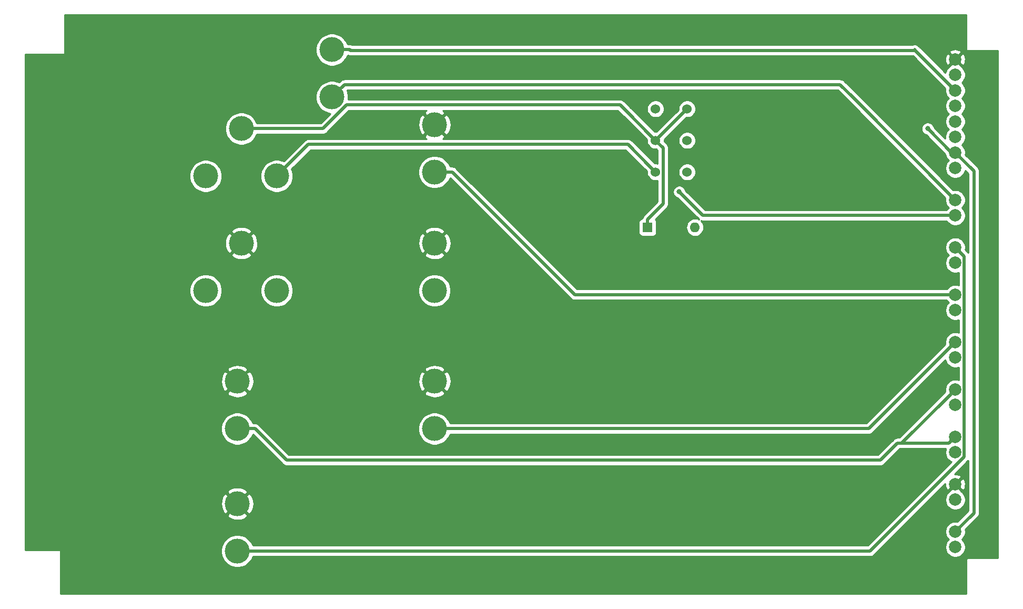
<source format=gbr>
G04 #@! TF.GenerationSoftware,KiCad,Pcbnew,(5.1.4)-1*
G04 #@! TF.CreationDate,2019-09-08T21:38:06+01:00*
G04 #@! TF.ProjectId,powerBoard,706f7765-7242-46f6-9172-642e6b696361,rev?*
G04 #@! TF.SameCoordinates,Original*
G04 #@! TF.FileFunction,Copper,L1,Top*
G04 #@! TF.FilePolarity,Positive*
%FSLAX46Y46*%
G04 Gerber Fmt 4.6, Leading zero omitted, Abs format (unit mm)*
G04 Created by KiCad (PCBNEW (5.1.4)-1) date 2019-09-08 21:38:06*
%MOMM*%
%LPD*%
G04 APERTURE LIST*
%ADD10R,1.600000X1.600000*%
%ADD11O,1.600000X1.600000*%
%ADD12C,1.524000*%
%ADD13C,4.000500*%
%ADD14C,2.000000*%
%ADD15C,0.800000*%
%ADD16C,0.500000*%
%ADD17C,0.254000*%
G04 APERTURE END LIST*
D10*
X156680000Y-82700000D03*
D11*
X164300000Y-82700000D03*
D12*
X157950000Y-63650000D03*
X157950000Y-68730000D03*
X157950000Y-73810000D03*
X163030000Y-73810000D03*
X163030000Y-68730000D03*
X163030000Y-63650000D03*
D13*
X122390000Y-115085000D03*
X90640000Y-134770000D03*
X85560000Y-92860000D03*
X85560000Y-74445000D03*
X122390000Y-107465000D03*
X90640000Y-107465000D03*
X122390000Y-66190000D03*
X105880000Y-54125000D03*
X91275000Y-66825000D03*
X91275000Y-85240000D03*
X96990000Y-92860000D03*
X105880000Y-61745000D03*
X122390000Y-85240000D03*
X122390000Y-92860000D03*
X90640000Y-127150000D03*
X96990000Y-74445000D03*
X122390000Y-73810000D03*
X90640000Y-115085000D03*
D14*
X206210000Y-73175000D03*
X206210000Y-70675000D03*
X206210000Y-68175000D03*
X206210000Y-65675000D03*
X206210000Y-63175000D03*
X206210000Y-58175000D03*
X206210000Y-55675000D03*
X206210000Y-60675000D03*
X206210000Y-80795000D03*
X206210000Y-78295000D03*
X206210000Y-88415000D03*
X206210000Y-85915000D03*
X206210000Y-93535000D03*
X206210000Y-96035000D03*
X206210000Y-103655000D03*
X206210000Y-101155000D03*
X206210000Y-108775000D03*
X206210000Y-111275000D03*
X206210000Y-118895000D03*
X206210000Y-116395000D03*
X206210000Y-124015000D03*
X206210000Y-126515000D03*
X206210000Y-131635000D03*
X206210000Y-134135000D03*
D15*
X157950000Y-73810000D03*
X161760000Y-76985000D03*
X201765000Y-66825000D03*
D16*
X163030000Y-63650000D02*
X162268001Y-64411999D01*
X162268001Y-64411999D02*
X157950000Y-68730000D01*
X157188001Y-67968001D02*
X157950000Y-68730000D01*
X152235000Y-63015000D02*
X153505000Y-64285000D01*
X153084749Y-63864749D02*
X153505000Y-64285000D01*
X153505000Y-64285000D02*
X157188001Y-67968001D01*
X156680000Y-81400000D02*
X156680000Y-82700000D01*
X159162001Y-78917999D02*
X156680000Y-81400000D01*
X159162001Y-69942001D02*
X159162001Y-78917999D01*
X157950000Y-68730000D02*
X159162001Y-69942001D01*
X108236372Y-63015000D02*
X152235000Y-63015000D01*
X104426372Y-66825000D02*
X108236372Y-63015000D01*
X91275000Y-66825000D02*
X104426372Y-66825000D01*
X206210000Y-80795000D02*
X179540000Y-80795000D01*
X157188001Y-73048001D02*
X157950000Y-73810000D01*
X153505000Y-69365000D02*
X157188001Y-73048001D01*
X179540000Y-80795000D02*
X165570000Y-80795000D01*
X165570000Y-80795000D02*
X161760000Y-76985000D01*
X102070000Y-69365000D02*
X153505000Y-69365000D01*
X96990000Y-74445000D02*
X102070000Y-69365000D01*
X209200009Y-73665009D02*
X209200009Y-128644991D01*
X205615000Y-70675000D02*
X206210000Y-70675000D01*
X201765000Y-66825000D02*
X205615000Y-70675000D01*
X206210000Y-70675000D02*
X209200009Y-73665009D01*
X209200009Y-128644991D02*
X206210000Y-131635000D01*
X108808780Y-54225000D02*
X199760000Y-54225000D01*
X108708780Y-54125000D02*
X108808780Y-54225000D01*
X105880000Y-54125000D02*
X108708780Y-54125000D01*
X199660000Y-54125000D02*
X199760000Y-54225000D01*
X199760000Y-54225000D02*
X206210000Y-60675000D01*
X189660000Y-61745000D02*
X206210000Y-78295000D01*
X187659751Y-59744751D02*
X189660000Y-61745000D01*
X107880249Y-59744751D02*
X187659751Y-59744751D01*
X105880000Y-61745000D02*
X107880249Y-59744751D01*
X207209999Y-86914999D02*
X206210000Y-85915000D01*
X207660001Y-87365001D02*
X207209999Y-86914999D01*
X207660001Y-119591001D02*
X207660001Y-87365001D01*
X90640000Y-134770000D02*
X192481002Y-134770000D01*
X192481002Y-134770000D02*
X207660001Y-119591001D01*
X204795787Y-93535000D02*
X206210000Y-93535000D01*
X144943780Y-93535000D02*
X204795787Y-93535000D01*
X125218780Y-73810000D02*
X144943780Y-93535000D01*
X122390000Y-73810000D02*
X125218780Y-73810000D01*
X192280000Y-115085000D02*
X206210000Y-101155000D01*
X122390000Y-115085000D02*
X192280000Y-115085000D01*
X196899749Y-117410251D02*
X205194749Y-117410251D01*
X196899749Y-117410251D02*
X197574749Y-117410251D01*
X197574749Y-117410251D02*
X205210001Y-109774999D01*
X205210001Y-109774999D02*
X206210000Y-108775000D01*
X205194749Y-117410251D02*
X206210000Y-116395000D01*
X194145000Y-120165000D02*
X196899749Y-117410251D01*
X98548780Y-120165000D02*
X194145000Y-120165000D01*
X93468780Y-115085000D02*
X98548780Y-120165000D01*
X90640000Y-115085000D02*
X93468780Y-115085000D01*
D17*
G36*
X207988000Y-54125000D02*
G01*
X207990440Y-54149776D01*
X207997667Y-54173601D01*
X208009403Y-54195557D01*
X208025197Y-54214803D01*
X208044443Y-54230597D01*
X208066399Y-54242333D01*
X208090224Y-54249560D01*
X208115000Y-54252000D01*
X213068000Y-54252000D01*
X213068000Y-135913000D01*
X208115000Y-135913000D01*
X208090224Y-135915440D01*
X208066399Y-135922667D01*
X208044443Y-135934403D01*
X208025197Y-135950197D01*
X208009403Y-135969443D01*
X207997667Y-135991399D01*
X207990440Y-136015224D01*
X207988000Y-136040000D01*
X207988000Y-141628000D01*
X62192000Y-141628000D01*
X62192000Y-134770000D01*
X62189560Y-134745224D01*
X62182333Y-134721399D01*
X62170597Y-134699443D01*
X62154803Y-134680197D01*
X62135557Y-134664403D01*
X62113601Y-134652667D01*
X62089776Y-134645440D01*
X62065000Y-134643000D01*
X56477000Y-134643000D01*
X56477000Y-128997676D01*
X88971929Y-128997676D01*
X89188080Y-129364461D01*
X89647998Y-129605167D01*
X90146039Y-129751522D01*
X90663062Y-129797901D01*
X91179199Y-129742524D01*
X91674614Y-129587517D01*
X92091920Y-129364461D01*
X92308071Y-128997676D01*
X90640000Y-127329605D01*
X88971929Y-128997676D01*
X56477000Y-128997676D01*
X56477000Y-127173062D01*
X87992099Y-127173062D01*
X88047476Y-127689199D01*
X88202483Y-128184614D01*
X88425539Y-128601920D01*
X88792324Y-128818071D01*
X90460395Y-127150000D01*
X90819605Y-127150000D01*
X92487676Y-128818071D01*
X92854461Y-128601920D01*
X93095167Y-128142002D01*
X93241522Y-127643961D01*
X93287901Y-127126938D01*
X93232524Y-126610801D01*
X93077517Y-126115386D01*
X92854461Y-125698080D01*
X92487676Y-125481929D01*
X90819605Y-127150000D01*
X90460395Y-127150000D01*
X88792324Y-125481929D01*
X88425539Y-125698080D01*
X88184833Y-126157998D01*
X88038478Y-126656039D01*
X87992099Y-127173062D01*
X56477000Y-127173062D01*
X56477000Y-125302324D01*
X88971929Y-125302324D01*
X90640000Y-126970395D01*
X92308071Y-125302324D01*
X92091920Y-124935539D01*
X91632002Y-124694833D01*
X91133961Y-124548478D01*
X90616938Y-124502099D01*
X90100801Y-124557476D01*
X89605386Y-124712483D01*
X89188080Y-124935539D01*
X88971929Y-125302324D01*
X56477000Y-125302324D01*
X56477000Y-114825451D01*
X88004750Y-114825451D01*
X88004750Y-115344549D01*
X88106021Y-115853674D01*
X88304672Y-116333259D01*
X88593068Y-116764874D01*
X88960126Y-117131932D01*
X89391741Y-117420328D01*
X89871326Y-117618979D01*
X90380451Y-117720250D01*
X90899549Y-117720250D01*
X91408674Y-117618979D01*
X91888259Y-117420328D01*
X92319874Y-117131932D01*
X92686932Y-116764874D01*
X92975328Y-116333259D01*
X93118885Y-115986683D01*
X97892250Y-120760049D01*
X97919963Y-120793817D01*
X97953731Y-120821530D01*
X97953733Y-120821532D01*
X98054720Y-120904410D01*
X98054721Y-120904411D01*
X98208467Y-120986589D01*
X98375290Y-121037195D01*
X98505303Y-121050000D01*
X98505311Y-121050000D01*
X98548780Y-121054281D01*
X98592249Y-121050000D01*
X194101531Y-121050000D01*
X194145000Y-121054281D01*
X194188469Y-121050000D01*
X194188477Y-121050000D01*
X194318490Y-121037195D01*
X194485313Y-120986589D01*
X194639059Y-120904411D01*
X194773817Y-120793817D01*
X194801534Y-120760044D01*
X197266328Y-118295251D01*
X197531280Y-118295251D01*
X197574749Y-118299532D01*
X197618218Y-118295251D01*
X204688713Y-118295251D01*
X204637832Y-118418088D01*
X204575000Y-118733967D01*
X204575000Y-119056033D01*
X204637832Y-119371912D01*
X204761082Y-119669463D01*
X204940013Y-119937252D01*
X205167748Y-120164987D01*
X205435537Y-120343918D01*
X205591078Y-120408345D01*
X192114424Y-133885000D01*
X93125795Y-133885000D01*
X92975328Y-133521741D01*
X92686932Y-133090126D01*
X92319874Y-132723068D01*
X91888259Y-132434672D01*
X91408674Y-132236021D01*
X90899549Y-132134750D01*
X90380451Y-132134750D01*
X89871326Y-132236021D01*
X89391741Y-132434672D01*
X88960126Y-132723068D01*
X88593068Y-133090126D01*
X88304672Y-133521741D01*
X88106021Y-134001326D01*
X88004750Y-134510451D01*
X88004750Y-135029549D01*
X88106021Y-135538674D01*
X88304672Y-136018259D01*
X88593068Y-136449874D01*
X88960126Y-136816932D01*
X89391741Y-137105328D01*
X89871326Y-137303979D01*
X90380451Y-137405250D01*
X90899549Y-137405250D01*
X91408674Y-137303979D01*
X91888259Y-137105328D01*
X92319874Y-136816932D01*
X92686932Y-136449874D01*
X92975328Y-136018259D01*
X93125795Y-135655000D01*
X192437533Y-135655000D01*
X192481002Y-135659281D01*
X192524471Y-135655000D01*
X192524479Y-135655000D01*
X192654492Y-135642195D01*
X192821315Y-135591589D01*
X192975061Y-135509411D01*
X193109819Y-135398817D01*
X193137536Y-135365044D01*
X202148613Y-126353967D01*
X204575000Y-126353967D01*
X204575000Y-126676033D01*
X204637832Y-126991912D01*
X204761082Y-127289463D01*
X204940013Y-127557252D01*
X205167748Y-127784987D01*
X205435537Y-127963918D01*
X205733088Y-128087168D01*
X206048967Y-128150000D01*
X206371033Y-128150000D01*
X206686912Y-128087168D01*
X206984463Y-127963918D01*
X207252252Y-127784987D01*
X207479987Y-127557252D01*
X207658918Y-127289463D01*
X207782168Y-126991912D01*
X207845000Y-126676033D01*
X207845000Y-126353967D01*
X207782168Y-126038088D01*
X207658918Y-125740537D01*
X207479987Y-125472748D01*
X207252252Y-125245013D01*
X207155065Y-125180075D01*
X207165808Y-125150413D01*
X206210000Y-124194605D01*
X205254192Y-125150413D01*
X205264935Y-125180075D01*
X205167748Y-125245013D01*
X204940013Y-125472748D01*
X204761082Y-125740537D01*
X204637832Y-126038088D01*
X204575000Y-126353967D01*
X202148613Y-126353967D01*
X204577451Y-123925130D01*
X204568282Y-124077595D01*
X204612039Y-124396675D01*
X204717205Y-124701088D01*
X204810186Y-124875044D01*
X205074587Y-124970808D01*
X206030395Y-124015000D01*
X206389605Y-124015000D01*
X207345413Y-124970808D01*
X207609814Y-124875044D01*
X207750704Y-124585429D01*
X207832384Y-124273892D01*
X207851718Y-123952405D01*
X207807961Y-123633325D01*
X207702795Y-123328912D01*
X207609814Y-123154956D01*
X207345413Y-123059192D01*
X206389605Y-124015000D01*
X206030395Y-124015000D01*
X206016253Y-124000858D01*
X206195858Y-123821253D01*
X206210000Y-123835395D01*
X207165808Y-122879587D01*
X207070044Y-122615186D01*
X206780429Y-122474296D01*
X206468892Y-122392616D01*
X206147405Y-122373282D01*
X206126421Y-122376160D01*
X208255052Y-120247529D01*
X208288818Y-120219818D01*
X208315010Y-120187903D01*
X208315010Y-128278411D01*
X206556525Y-130036897D01*
X206371033Y-130000000D01*
X206048967Y-130000000D01*
X205733088Y-130062832D01*
X205435537Y-130186082D01*
X205167748Y-130365013D01*
X204940013Y-130592748D01*
X204761082Y-130860537D01*
X204637832Y-131158088D01*
X204575000Y-131473967D01*
X204575000Y-131796033D01*
X204637832Y-132111912D01*
X204761082Y-132409463D01*
X204940013Y-132677252D01*
X205147761Y-132885000D01*
X204940013Y-133092748D01*
X204761082Y-133360537D01*
X204637832Y-133658088D01*
X204575000Y-133973967D01*
X204575000Y-134296033D01*
X204637832Y-134611912D01*
X204761082Y-134909463D01*
X204940013Y-135177252D01*
X205167748Y-135404987D01*
X205435537Y-135583918D01*
X205733088Y-135707168D01*
X206048967Y-135770000D01*
X206371033Y-135770000D01*
X206686912Y-135707168D01*
X206984463Y-135583918D01*
X207252252Y-135404987D01*
X207479987Y-135177252D01*
X207658918Y-134909463D01*
X207782168Y-134611912D01*
X207845000Y-134296033D01*
X207845000Y-133973967D01*
X207782168Y-133658088D01*
X207658918Y-133360537D01*
X207479987Y-133092748D01*
X207272239Y-132885000D01*
X207479987Y-132677252D01*
X207658918Y-132409463D01*
X207782168Y-132111912D01*
X207845000Y-131796033D01*
X207845000Y-131473967D01*
X207808103Y-131288475D01*
X209795058Y-129301521D01*
X209828826Y-129273808D01*
X209939420Y-129139050D01*
X210021598Y-128985304D01*
X210072204Y-128818481D01*
X210085009Y-128688468D01*
X210085009Y-128688458D01*
X210089290Y-128644992D01*
X210085009Y-128601526D01*
X210085009Y-73708474D01*
X210089290Y-73665008D01*
X210085009Y-73621542D01*
X210085009Y-73621532D01*
X210072204Y-73491519D01*
X210021598Y-73324696D01*
X209939420Y-73170950D01*
X209857056Y-73070590D01*
X209856541Y-73069962D01*
X209856539Y-73069960D01*
X209828826Y-73036192D01*
X209795059Y-73008480D01*
X207808103Y-71021525D01*
X207845000Y-70836033D01*
X207845000Y-70513967D01*
X207782168Y-70198088D01*
X207658918Y-69900537D01*
X207479987Y-69632748D01*
X207272239Y-69425000D01*
X207479987Y-69217252D01*
X207658918Y-68949463D01*
X207782168Y-68651912D01*
X207845000Y-68336033D01*
X207845000Y-68013967D01*
X207782168Y-67698088D01*
X207658918Y-67400537D01*
X207479987Y-67132748D01*
X207272239Y-66925000D01*
X207479987Y-66717252D01*
X207658918Y-66449463D01*
X207782168Y-66151912D01*
X207845000Y-65836033D01*
X207845000Y-65513967D01*
X207782168Y-65198088D01*
X207658918Y-64900537D01*
X207479987Y-64632748D01*
X207272239Y-64425000D01*
X207479987Y-64217252D01*
X207658918Y-63949463D01*
X207782168Y-63651912D01*
X207845000Y-63336033D01*
X207845000Y-63013967D01*
X207782168Y-62698088D01*
X207658918Y-62400537D01*
X207479987Y-62132748D01*
X207272239Y-61925000D01*
X207479987Y-61717252D01*
X207658918Y-61449463D01*
X207782168Y-61151912D01*
X207845000Y-60836033D01*
X207845000Y-60513967D01*
X207782168Y-60198088D01*
X207658918Y-59900537D01*
X207479987Y-59632748D01*
X207272239Y-59425000D01*
X207479987Y-59217252D01*
X207658918Y-58949463D01*
X207782168Y-58651912D01*
X207845000Y-58336033D01*
X207845000Y-58013967D01*
X207782168Y-57698088D01*
X207658918Y-57400537D01*
X207479987Y-57132748D01*
X207252252Y-56905013D01*
X207155065Y-56840075D01*
X207165808Y-56810413D01*
X206210000Y-55854605D01*
X205254192Y-56810413D01*
X205264935Y-56840075D01*
X205167748Y-56905013D01*
X204940013Y-57132748D01*
X204761082Y-57400537D01*
X204637832Y-57698088D01*
X204612420Y-57825842D01*
X202524173Y-55737595D01*
X204568282Y-55737595D01*
X204612039Y-56056675D01*
X204717205Y-56361088D01*
X204810186Y-56535044D01*
X205074587Y-56630808D01*
X206030395Y-55675000D01*
X206389605Y-55675000D01*
X207345413Y-56630808D01*
X207609814Y-56535044D01*
X207750704Y-56245429D01*
X207832384Y-55933892D01*
X207851718Y-55612405D01*
X207807961Y-55293325D01*
X207702795Y-54988912D01*
X207609814Y-54814956D01*
X207345413Y-54719192D01*
X206389605Y-55675000D01*
X206030395Y-55675000D01*
X205074587Y-54719192D01*
X204810186Y-54814956D01*
X204669296Y-55104571D01*
X204587616Y-55416108D01*
X204568282Y-55737595D01*
X202524173Y-55737595D01*
X201326165Y-54539587D01*
X205254192Y-54539587D01*
X206210000Y-55495395D01*
X207165808Y-54539587D01*
X207070044Y-54275186D01*
X206780429Y-54134296D01*
X206468892Y-54052616D01*
X206147405Y-54033282D01*
X205828325Y-54077039D01*
X205523912Y-54182205D01*
X205349956Y-54275186D01*
X205254192Y-54539587D01*
X201326165Y-54539587D01*
X200416532Y-53629954D01*
X200388817Y-53596183D01*
X200355044Y-53568466D01*
X200255046Y-53468468D01*
X200154059Y-53385590D01*
X200000313Y-53303412D01*
X199833490Y-53252805D01*
X199660000Y-53235719D01*
X199486510Y-53252805D01*
X199319687Y-53303412D01*
X199251235Y-53340000D01*
X109117547Y-53340000D01*
X109049093Y-53303411D01*
X108882270Y-53252805D01*
X108752257Y-53240000D01*
X108752249Y-53240000D01*
X108708780Y-53235719D01*
X108665311Y-53240000D01*
X108365795Y-53240000D01*
X108215328Y-52876741D01*
X107926932Y-52445126D01*
X107559874Y-52078068D01*
X107128259Y-51789672D01*
X106648674Y-51591021D01*
X106139549Y-51489750D01*
X105620451Y-51489750D01*
X105111326Y-51591021D01*
X104631741Y-51789672D01*
X104200126Y-52078068D01*
X103833068Y-52445126D01*
X103544672Y-52876741D01*
X103346021Y-53356326D01*
X103244750Y-53865451D01*
X103244750Y-54384549D01*
X103346021Y-54893674D01*
X103544672Y-55373259D01*
X103833068Y-55804874D01*
X104200126Y-56171932D01*
X104631741Y-56460328D01*
X105111326Y-56658979D01*
X105620451Y-56760250D01*
X106139549Y-56760250D01*
X106648674Y-56658979D01*
X107128259Y-56460328D01*
X107559874Y-56171932D01*
X107926932Y-55804874D01*
X108215328Y-55373259D01*
X108365795Y-55010000D01*
X108400013Y-55010000D01*
X108468467Y-55046589D01*
X108635290Y-55097195D01*
X108765303Y-55110000D01*
X108765313Y-55110000D01*
X108808779Y-55114281D01*
X108852245Y-55110000D01*
X199393422Y-55110000D01*
X204611896Y-60328475D01*
X204575000Y-60513967D01*
X204575000Y-60836033D01*
X204637832Y-61151912D01*
X204761082Y-61449463D01*
X204940013Y-61717252D01*
X205147761Y-61925000D01*
X204940013Y-62132748D01*
X204761082Y-62400537D01*
X204637832Y-62698088D01*
X204575000Y-63013967D01*
X204575000Y-63336033D01*
X204637832Y-63651912D01*
X204761082Y-63949463D01*
X204940013Y-64217252D01*
X205147761Y-64425000D01*
X204940013Y-64632748D01*
X204761082Y-64900537D01*
X204637832Y-65198088D01*
X204575000Y-65513967D01*
X204575000Y-65836033D01*
X204637832Y-66151912D01*
X204761082Y-66449463D01*
X204940013Y-66717252D01*
X205147761Y-66925000D01*
X204940013Y-67132748D01*
X204761082Y-67400537D01*
X204637832Y-67698088D01*
X204575000Y-68013967D01*
X204575000Y-68336033D01*
X204586767Y-68395188D01*
X202771535Y-66579957D01*
X202760226Y-66523102D01*
X202682205Y-66334744D01*
X202568937Y-66165226D01*
X202424774Y-66021063D01*
X202255256Y-65907795D01*
X202066898Y-65829774D01*
X201866939Y-65790000D01*
X201663061Y-65790000D01*
X201463102Y-65829774D01*
X201274744Y-65907795D01*
X201105226Y-66021063D01*
X200961063Y-66165226D01*
X200847795Y-66334744D01*
X200769774Y-66523102D01*
X200730000Y-66723061D01*
X200730000Y-66926939D01*
X200769774Y-67126898D01*
X200847795Y-67315256D01*
X200961063Y-67484774D01*
X201105226Y-67628937D01*
X201274744Y-67742205D01*
X201463102Y-67820226D01*
X201519957Y-67831535D01*
X204587551Y-70899130D01*
X204637832Y-71151912D01*
X204761082Y-71449463D01*
X204940013Y-71717252D01*
X205147761Y-71925000D01*
X204940013Y-72132748D01*
X204761082Y-72400537D01*
X204637832Y-72698088D01*
X204575000Y-73013967D01*
X204575000Y-73336033D01*
X204637832Y-73651912D01*
X204761082Y-73949463D01*
X204940013Y-74217252D01*
X205167748Y-74444987D01*
X205435537Y-74623918D01*
X205733088Y-74747168D01*
X206048967Y-74810000D01*
X206371033Y-74810000D01*
X206686912Y-74747168D01*
X206984463Y-74623918D01*
X207252252Y-74444987D01*
X207479987Y-74217252D01*
X207658918Y-73949463D01*
X207782168Y-73651912D01*
X207807580Y-73524158D01*
X208315009Y-74031588D01*
X208315009Y-86768098D01*
X208288818Y-86736184D01*
X208255045Y-86708467D01*
X207866536Y-86319958D01*
X207866531Y-86319952D01*
X207808104Y-86261525D01*
X207845000Y-86076033D01*
X207845000Y-85753967D01*
X207782168Y-85438088D01*
X207658918Y-85140537D01*
X207479987Y-84872748D01*
X207252252Y-84645013D01*
X206984463Y-84466082D01*
X206686912Y-84342832D01*
X206371033Y-84280000D01*
X206048967Y-84280000D01*
X205733088Y-84342832D01*
X205435537Y-84466082D01*
X205167748Y-84645013D01*
X204940013Y-84872748D01*
X204761082Y-85140537D01*
X204637832Y-85438088D01*
X204575000Y-85753967D01*
X204575000Y-86076033D01*
X204637832Y-86391912D01*
X204761082Y-86689463D01*
X204940013Y-86957252D01*
X205147761Y-87165000D01*
X204940013Y-87372748D01*
X204761082Y-87640537D01*
X204637832Y-87938088D01*
X204575000Y-88253967D01*
X204575000Y-88576033D01*
X204637832Y-88891912D01*
X204761082Y-89189463D01*
X204940013Y-89457252D01*
X205167748Y-89684987D01*
X205435537Y-89863918D01*
X205733088Y-89987168D01*
X206048967Y-90050000D01*
X206371033Y-90050000D01*
X206686912Y-89987168D01*
X206775002Y-89950680D01*
X206775002Y-91999320D01*
X206686912Y-91962832D01*
X206371033Y-91900000D01*
X206048967Y-91900000D01*
X205733088Y-91962832D01*
X205435537Y-92086082D01*
X205167748Y-92265013D01*
X204940013Y-92492748D01*
X204834941Y-92650000D01*
X145310359Y-92650000D01*
X125875314Y-73214956D01*
X125847597Y-73181183D01*
X125712839Y-73070589D01*
X125559093Y-72988411D01*
X125392270Y-72937805D01*
X125262257Y-72925000D01*
X125262249Y-72925000D01*
X125218780Y-72920719D01*
X125175311Y-72925000D01*
X124875795Y-72925000D01*
X124725328Y-72561741D01*
X124436932Y-72130126D01*
X124069874Y-71763068D01*
X123638259Y-71474672D01*
X123158674Y-71276021D01*
X122649549Y-71174750D01*
X122130451Y-71174750D01*
X121621326Y-71276021D01*
X121141741Y-71474672D01*
X120710126Y-71763068D01*
X120343068Y-72130126D01*
X120054672Y-72561741D01*
X119856021Y-73041326D01*
X119754750Y-73550451D01*
X119754750Y-74069549D01*
X119856021Y-74578674D01*
X120054672Y-75058259D01*
X120343068Y-75489874D01*
X120710126Y-75856932D01*
X121141741Y-76145328D01*
X121621326Y-76343979D01*
X122130451Y-76445250D01*
X122649549Y-76445250D01*
X123158674Y-76343979D01*
X123638259Y-76145328D01*
X124069874Y-75856932D01*
X124436932Y-75489874D01*
X124725328Y-75058259D01*
X124868885Y-74711683D01*
X144287250Y-94130049D01*
X144314963Y-94163817D01*
X144348731Y-94191530D01*
X144348733Y-94191532D01*
X144449721Y-94274411D01*
X144603466Y-94356589D01*
X144770290Y-94407195D01*
X144900303Y-94420000D01*
X144900311Y-94420000D01*
X144943780Y-94424281D01*
X144987249Y-94420000D01*
X204834941Y-94420000D01*
X204940013Y-94577252D01*
X205147761Y-94785000D01*
X204940013Y-94992748D01*
X204761082Y-95260537D01*
X204637832Y-95558088D01*
X204575000Y-95873967D01*
X204575000Y-96196033D01*
X204637832Y-96511912D01*
X204761082Y-96809463D01*
X204940013Y-97077252D01*
X205167748Y-97304987D01*
X205435537Y-97483918D01*
X205733088Y-97607168D01*
X206048967Y-97670000D01*
X206371033Y-97670000D01*
X206686912Y-97607168D01*
X206775002Y-97570680D01*
X206775002Y-99619320D01*
X206686912Y-99582832D01*
X206371033Y-99520000D01*
X206048967Y-99520000D01*
X205733088Y-99582832D01*
X205435537Y-99706082D01*
X205167748Y-99885013D01*
X204940013Y-100112748D01*
X204761082Y-100380537D01*
X204637832Y-100678088D01*
X204575000Y-100993967D01*
X204575000Y-101316033D01*
X204611896Y-101501525D01*
X191913422Y-114200000D01*
X124875795Y-114200000D01*
X124725328Y-113836741D01*
X124436932Y-113405126D01*
X124069874Y-113038068D01*
X123638259Y-112749672D01*
X123158674Y-112551021D01*
X122649549Y-112449750D01*
X122130451Y-112449750D01*
X121621326Y-112551021D01*
X121141741Y-112749672D01*
X120710126Y-113038068D01*
X120343068Y-113405126D01*
X120054672Y-113836741D01*
X119856021Y-114316326D01*
X119754750Y-114825451D01*
X119754750Y-115344549D01*
X119856021Y-115853674D01*
X120054672Y-116333259D01*
X120343068Y-116764874D01*
X120710126Y-117131932D01*
X121141741Y-117420328D01*
X121621326Y-117618979D01*
X122130451Y-117720250D01*
X122649549Y-117720250D01*
X123158674Y-117618979D01*
X123638259Y-117420328D01*
X124069874Y-117131932D01*
X124436932Y-116764874D01*
X124725328Y-116333259D01*
X124875795Y-115970000D01*
X192236531Y-115970000D01*
X192280000Y-115974281D01*
X192323469Y-115970000D01*
X192323477Y-115970000D01*
X192453490Y-115957195D01*
X192620313Y-115906589D01*
X192774059Y-115824411D01*
X192908817Y-115713817D01*
X192936534Y-115680044D01*
X204612420Y-104004158D01*
X204637832Y-104131912D01*
X204761082Y-104429463D01*
X204940013Y-104697252D01*
X205167748Y-104924987D01*
X205435537Y-105103918D01*
X205733088Y-105227168D01*
X206048967Y-105290000D01*
X206371033Y-105290000D01*
X206686912Y-105227168D01*
X206775001Y-105190680D01*
X206775001Y-107239320D01*
X206686912Y-107202832D01*
X206371033Y-107140000D01*
X206048967Y-107140000D01*
X205733088Y-107202832D01*
X205435537Y-107326082D01*
X205167748Y-107505013D01*
X204940013Y-107732748D01*
X204761082Y-108000537D01*
X204637832Y-108298088D01*
X204575000Y-108613967D01*
X204575000Y-108936033D01*
X204611896Y-109121525D01*
X197208171Y-116525251D01*
X196943214Y-116525251D01*
X196899748Y-116520970D01*
X196856282Y-116525251D01*
X196856272Y-116525251D01*
X196726259Y-116538056D01*
X196559436Y-116588662D01*
X196405690Y-116670840D01*
X196405688Y-116670841D01*
X196405689Y-116670841D01*
X196304702Y-116753719D01*
X196304700Y-116753721D01*
X196270932Y-116781434D01*
X196243219Y-116815202D01*
X193778422Y-119280000D01*
X98915359Y-119280000D01*
X94125312Y-114489954D01*
X94097597Y-114456183D01*
X93962839Y-114345589D01*
X93809093Y-114263411D01*
X93642270Y-114212805D01*
X93512257Y-114200000D01*
X93512249Y-114200000D01*
X93468780Y-114195719D01*
X93425311Y-114200000D01*
X93125795Y-114200000D01*
X92975328Y-113836741D01*
X92686932Y-113405126D01*
X92319874Y-113038068D01*
X91888259Y-112749672D01*
X91408674Y-112551021D01*
X90899549Y-112449750D01*
X90380451Y-112449750D01*
X89871326Y-112551021D01*
X89391741Y-112749672D01*
X88960126Y-113038068D01*
X88593068Y-113405126D01*
X88304672Y-113836741D01*
X88106021Y-114316326D01*
X88004750Y-114825451D01*
X56477000Y-114825451D01*
X56477000Y-109312676D01*
X88971929Y-109312676D01*
X89188080Y-109679461D01*
X89647998Y-109920167D01*
X90146039Y-110066522D01*
X90663062Y-110112901D01*
X91179199Y-110057524D01*
X91674614Y-109902517D01*
X92091920Y-109679461D01*
X92308071Y-109312676D01*
X120721929Y-109312676D01*
X120938080Y-109679461D01*
X121397998Y-109920167D01*
X121896039Y-110066522D01*
X122413062Y-110112901D01*
X122929199Y-110057524D01*
X123424614Y-109902517D01*
X123841920Y-109679461D01*
X124058071Y-109312676D01*
X122390000Y-107644605D01*
X120721929Y-109312676D01*
X92308071Y-109312676D01*
X90640000Y-107644605D01*
X88971929Y-109312676D01*
X56477000Y-109312676D01*
X56477000Y-107488062D01*
X87992099Y-107488062D01*
X88047476Y-108004199D01*
X88202483Y-108499614D01*
X88425539Y-108916920D01*
X88792324Y-109133071D01*
X90460395Y-107465000D01*
X90819605Y-107465000D01*
X92487676Y-109133071D01*
X92854461Y-108916920D01*
X93095167Y-108457002D01*
X93241522Y-107958961D01*
X93283763Y-107488062D01*
X119742099Y-107488062D01*
X119797476Y-108004199D01*
X119952483Y-108499614D01*
X120175539Y-108916920D01*
X120542324Y-109133071D01*
X122210395Y-107465000D01*
X122569605Y-107465000D01*
X124237676Y-109133071D01*
X124604461Y-108916920D01*
X124845167Y-108457002D01*
X124991522Y-107958961D01*
X125037901Y-107441938D01*
X124982524Y-106925801D01*
X124827517Y-106430386D01*
X124604461Y-106013080D01*
X124237676Y-105796929D01*
X122569605Y-107465000D01*
X122210395Y-107465000D01*
X120542324Y-105796929D01*
X120175539Y-106013080D01*
X119934833Y-106472998D01*
X119788478Y-106971039D01*
X119742099Y-107488062D01*
X93283763Y-107488062D01*
X93287901Y-107441938D01*
X93232524Y-106925801D01*
X93077517Y-106430386D01*
X92854461Y-106013080D01*
X92487676Y-105796929D01*
X90819605Y-107465000D01*
X90460395Y-107465000D01*
X88792324Y-105796929D01*
X88425539Y-106013080D01*
X88184833Y-106472998D01*
X88038478Y-106971039D01*
X87992099Y-107488062D01*
X56477000Y-107488062D01*
X56477000Y-105617324D01*
X88971929Y-105617324D01*
X90640000Y-107285395D01*
X92308071Y-105617324D01*
X120721929Y-105617324D01*
X122390000Y-107285395D01*
X124058071Y-105617324D01*
X123841920Y-105250539D01*
X123382002Y-105009833D01*
X122883961Y-104863478D01*
X122366938Y-104817099D01*
X121850801Y-104872476D01*
X121355386Y-105027483D01*
X120938080Y-105250539D01*
X120721929Y-105617324D01*
X92308071Y-105617324D01*
X92091920Y-105250539D01*
X91632002Y-105009833D01*
X91133961Y-104863478D01*
X90616938Y-104817099D01*
X90100801Y-104872476D01*
X89605386Y-105027483D01*
X89188080Y-105250539D01*
X88971929Y-105617324D01*
X56477000Y-105617324D01*
X56477000Y-92600451D01*
X82924750Y-92600451D01*
X82924750Y-93119549D01*
X83026021Y-93628674D01*
X83224672Y-94108259D01*
X83513068Y-94539874D01*
X83880126Y-94906932D01*
X84311741Y-95195328D01*
X84791326Y-95393979D01*
X85300451Y-95495250D01*
X85819549Y-95495250D01*
X86328674Y-95393979D01*
X86808259Y-95195328D01*
X87239874Y-94906932D01*
X87606932Y-94539874D01*
X87895328Y-94108259D01*
X88093979Y-93628674D01*
X88195250Y-93119549D01*
X88195250Y-92600451D01*
X94354750Y-92600451D01*
X94354750Y-93119549D01*
X94456021Y-93628674D01*
X94654672Y-94108259D01*
X94943068Y-94539874D01*
X95310126Y-94906932D01*
X95741741Y-95195328D01*
X96221326Y-95393979D01*
X96730451Y-95495250D01*
X97249549Y-95495250D01*
X97758674Y-95393979D01*
X98238259Y-95195328D01*
X98669874Y-94906932D01*
X99036932Y-94539874D01*
X99325328Y-94108259D01*
X99523979Y-93628674D01*
X99625250Y-93119549D01*
X99625250Y-92600451D01*
X119754750Y-92600451D01*
X119754750Y-93119549D01*
X119856021Y-93628674D01*
X120054672Y-94108259D01*
X120343068Y-94539874D01*
X120710126Y-94906932D01*
X121141741Y-95195328D01*
X121621326Y-95393979D01*
X122130451Y-95495250D01*
X122649549Y-95495250D01*
X123158674Y-95393979D01*
X123638259Y-95195328D01*
X124069874Y-94906932D01*
X124436932Y-94539874D01*
X124725328Y-94108259D01*
X124923979Y-93628674D01*
X125025250Y-93119549D01*
X125025250Y-92600451D01*
X124923979Y-92091326D01*
X124725328Y-91611741D01*
X124436932Y-91180126D01*
X124069874Y-90813068D01*
X123638259Y-90524672D01*
X123158674Y-90326021D01*
X122649549Y-90224750D01*
X122130451Y-90224750D01*
X121621326Y-90326021D01*
X121141741Y-90524672D01*
X120710126Y-90813068D01*
X120343068Y-91180126D01*
X120054672Y-91611741D01*
X119856021Y-92091326D01*
X119754750Y-92600451D01*
X99625250Y-92600451D01*
X99523979Y-92091326D01*
X99325328Y-91611741D01*
X99036932Y-91180126D01*
X98669874Y-90813068D01*
X98238259Y-90524672D01*
X97758674Y-90326021D01*
X97249549Y-90224750D01*
X96730451Y-90224750D01*
X96221326Y-90326021D01*
X95741741Y-90524672D01*
X95310126Y-90813068D01*
X94943068Y-91180126D01*
X94654672Y-91611741D01*
X94456021Y-92091326D01*
X94354750Y-92600451D01*
X88195250Y-92600451D01*
X88093979Y-92091326D01*
X87895328Y-91611741D01*
X87606932Y-91180126D01*
X87239874Y-90813068D01*
X86808259Y-90524672D01*
X86328674Y-90326021D01*
X85819549Y-90224750D01*
X85300451Y-90224750D01*
X84791326Y-90326021D01*
X84311741Y-90524672D01*
X83880126Y-90813068D01*
X83513068Y-91180126D01*
X83224672Y-91611741D01*
X83026021Y-92091326D01*
X82924750Y-92600451D01*
X56477000Y-92600451D01*
X56477000Y-87087676D01*
X89606929Y-87087676D01*
X89823080Y-87454461D01*
X90282998Y-87695167D01*
X90781039Y-87841522D01*
X91298062Y-87887901D01*
X91814199Y-87832524D01*
X92309614Y-87677517D01*
X92726920Y-87454461D01*
X92943071Y-87087676D01*
X120721929Y-87087676D01*
X120938080Y-87454461D01*
X121397998Y-87695167D01*
X121896039Y-87841522D01*
X122413062Y-87887901D01*
X122929199Y-87832524D01*
X123424614Y-87677517D01*
X123841920Y-87454461D01*
X124058071Y-87087676D01*
X122390000Y-85419605D01*
X120721929Y-87087676D01*
X92943071Y-87087676D01*
X91275000Y-85419605D01*
X89606929Y-87087676D01*
X56477000Y-87087676D01*
X56477000Y-85263062D01*
X88627099Y-85263062D01*
X88682476Y-85779199D01*
X88837483Y-86274614D01*
X89060539Y-86691920D01*
X89427324Y-86908071D01*
X91095395Y-85240000D01*
X91454605Y-85240000D01*
X93122676Y-86908071D01*
X93489461Y-86691920D01*
X93730167Y-86232002D01*
X93876522Y-85733961D01*
X93918763Y-85263062D01*
X119742099Y-85263062D01*
X119797476Y-85779199D01*
X119952483Y-86274614D01*
X120175539Y-86691920D01*
X120542324Y-86908071D01*
X122210395Y-85240000D01*
X122569605Y-85240000D01*
X124237676Y-86908071D01*
X124604461Y-86691920D01*
X124845167Y-86232002D01*
X124991522Y-85733961D01*
X125037901Y-85216938D01*
X124982524Y-84700801D01*
X124827517Y-84205386D01*
X124604461Y-83788080D01*
X124237676Y-83571929D01*
X122569605Y-85240000D01*
X122210395Y-85240000D01*
X120542324Y-83571929D01*
X120175539Y-83788080D01*
X119934833Y-84247998D01*
X119788478Y-84746039D01*
X119742099Y-85263062D01*
X93918763Y-85263062D01*
X93922901Y-85216938D01*
X93867524Y-84700801D01*
X93712517Y-84205386D01*
X93489461Y-83788080D01*
X93122676Y-83571929D01*
X91454605Y-85240000D01*
X91095395Y-85240000D01*
X89427324Y-83571929D01*
X89060539Y-83788080D01*
X88819833Y-84247998D01*
X88673478Y-84746039D01*
X88627099Y-85263062D01*
X56477000Y-85263062D01*
X56477000Y-83392324D01*
X89606929Y-83392324D01*
X91275000Y-85060395D01*
X92943071Y-83392324D01*
X120721929Y-83392324D01*
X122390000Y-85060395D01*
X124058071Y-83392324D01*
X123841920Y-83025539D01*
X123382002Y-82784833D01*
X122883961Y-82638478D01*
X122366938Y-82592099D01*
X121850801Y-82647476D01*
X121355386Y-82802483D01*
X120938080Y-83025539D01*
X120721929Y-83392324D01*
X92943071Y-83392324D01*
X92726920Y-83025539D01*
X92267002Y-82784833D01*
X91768961Y-82638478D01*
X91251938Y-82592099D01*
X90735801Y-82647476D01*
X90240386Y-82802483D01*
X89823080Y-83025539D01*
X89606929Y-83392324D01*
X56477000Y-83392324D01*
X56477000Y-74185451D01*
X82924750Y-74185451D01*
X82924750Y-74704549D01*
X83026021Y-75213674D01*
X83224672Y-75693259D01*
X83513068Y-76124874D01*
X83880126Y-76491932D01*
X84311741Y-76780328D01*
X84791326Y-76978979D01*
X85300451Y-77080250D01*
X85819549Y-77080250D01*
X86328674Y-76978979D01*
X86808259Y-76780328D01*
X87239874Y-76491932D01*
X87606932Y-76124874D01*
X87895328Y-75693259D01*
X88093979Y-75213674D01*
X88195250Y-74704549D01*
X88195250Y-74185451D01*
X88093979Y-73676326D01*
X87895328Y-73196741D01*
X87606932Y-72765126D01*
X87239874Y-72398068D01*
X86808259Y-72109672D01*
X86328674Y-71911021D01*
X85819549Y-71809750D01*
X85300451Y-71809750D01*
X84791326Y-71911021D01*
X84311741Y-72109672D01*
X83880126Y-72398068D01*
X83513068Y-72765126D01*
X83224672Y-73196741D01*
X83026021Y-73676326D01*
X82924750Y-74185451D01*
X56477000Y-74185451D01*
X56477000Y-66565451D01*
X88639750Y-66565451D01*
X88639750Y-67084549D01*
X88741021Y-67593674D01*
X88939672Y-68073259D01*
X89228068Y-68504874D01*
X89595126Y-68871932D01*
X90026741Y-69160328D01*
X90506326Y-69358979D01*
X91015451Y-69460250D01*
X91534549Y-69460250D01*
X92043674Y-69358979D01*
X92523259Y-69160328D01*
X92954874Y-68871932D01*
X93321932Y-68504874D01*
X93610328Y-68073259D01*
X93760795Y-67710000D01*
X104382903Y-67710000D01*
X104426372Y-67714281D01*
X104469841Y-67710000D01*
X104469849Y-67710000D01*
X104599862Y-67697195D01*
X104766685Y-67646589D01*
X104920431Y-67564411D01*
X105055189Y-67453817D01*
X105082906Y-67420044D01*
X106289888Y-66213062D01*
X119742099Y-66213062D01*
X119797476Y-66729199D01*
X119952483Y-67224614D01*
X120175539Y-67641920D01*
X120542324Y-67858071D01*
X122210395Y-66190000D01*
X122569605Y-66190000D01*
X124237676Y-67858071D01*
X124604461Y-67641920D01*
X124845167Y-67182002D01*
X124991522Y-66683961D01*
X125037901Y-66166938D01*
X124982524Y-65650801D01*
X124827517Y-65155386D01*
X124604461Y-64738080D01*
X124237676Y-64521929D01*
X122569605Y-66190000D01*
X122210395Y-66190000D01*
X120542324Y-64521929D01*
X120175539Y-64738080D01*
X119934833Y-65197998D01*
X119788478Y-65696039D01*
X119742099Y-66213062D01*
X106289888Y-66213062D01*
X108602951Y-63900000D01*
X121079403Y-63900000D01*
X120938080Y-63975539D01*
X120721929Y-64342324D01*
X122390000Y-66010395D01*
X124058071Y-64342324D01*
X123841920Y-63975539D01*
X123697587Y-63900000D01*
X151868422Y-63900000D01*
X152909953Y-64941532D01*
X156554299Y-68585878D01*
X156553000Y-68592408D01*
X156553000Y-68867592D01*
X156606686Y-69137490D01*
X156711995Y-69391727D01*
X156864880Y-69620535D01*
X157059465Y-69815120D01*
X157288273Y-69968005D01*
X157542510Y-70073314D01*
X157812408Y-70127000D01*
X158087592Y-70127000D01*
X158094122Y-70125701D01*
X158277001Y-70308580D01*
X158277001Y-72450676D01*
X158087592Y-72413000D01*
X157812408Y-72413000D01*
X157805878Y-72414299D01*
X154161534Y-68769956D01*
X154133817Y-68736183D01*
X153999059Y-68625589D01*
X153845313Y-68543411D01*
X153678490Y-68492805D01*
X153548477Y-68480000D01*
X153548469Y-68480000D01*
X153505000Y-68475719D01*
X153461531Y-68480000D01*
X123700597Y-68480000D01*
X123841920Y-68404461D01*
X124058071Y-68037676D01*
X122390000Y-66369605D01*
X120721929Y-68037676D01*
X120938080Y-68404461D01*
X121082413Y-68480000D01*
X102113469Y-68480000D01*
X102070000Y-68475719D01*
X102026531Y-68480000D01*
X102026523Y-68480000D01*
X101896510Y-68492805D01*
X101729687Y-68543411D01*
X101577917Y-68624533D01*
X101575941Y-68625589D01*
X101474953Y-68708468D01*
X101474951Y-68708470D01*
X101441183Y-68736183D01*
X101413470Y-68769951D01*
X98121933Y-72061488D01*
X97758674Y-71911021D01*
X97249549Y-71809750D01*
X96730451Y-71809750D01*
X96221326Y-71911021D01*
X95741741Y-72109672D01*
X95310126Y-72398068D01*
X94943068Y-72765126D01*
X94654672Y-73196741D01*
X94456021Y-73676326D01*
X94354750Y-74185451D01*
X94354750Y-74704549D01*
X94456021Y-75213674D01*
X94654672Y-75693259D01*
X94943068Y-76124874D01*
X95310126Y-76491932D01*
X95741741Y-76780328D01*
X96221326Y-76978979D01*
X96730451Y-77080250D01*
X97249549Y-77080250D01*
X97758674Y-76978979D01*
X98238259Y-76780328D01*
X98669874Y-76491932D01*
X99036932Y-76124874D01*
X99325328Y-75693259D01*
X99523979Y-75213674D01*
X99625250Y-74704549D01*
X99625250Y-74185451D01*
X99523979Y-73676326D01*
X99373512Y-73313067D01*
X102436579Y-70250000D01*
X153138422Y-70250000D01*
X156554299Y-73665878D01*
X156553000Y-73672408D01*
X156553000Y-73947592D01*
X156606686Y-74217490D01*
X156711995Y-74471727D01*
X156864880Y-74700535D01*
X157059465Y-74895120D01*
X157288273Y-75048005D01*
X157542510Y-75153314D01*
X157812408Y-75207000D01*
X158087592Y-75207000D01*
X158277002Y-75169324D01*
X158277002Y-78551419D01*
X156084956Y-80743466D01*
X156051183Y-80771183D01*
X155940589Y-80905942D01*
X155858411Y-81059688D01*
X155807805Y-81226511D01*
X155803575Y-81269455D01*
X155755518Y-81274188D01*
X155635820Y-81310498D01*
X155525506Y-81369463D01*
X155428815Y-81448815D01*
X155349463Y-81545506D01*
X155290498Y-81655820D01*
X155254188Y-81775518D01*
X155241928Y-81900000D01*
X155241928Y-83500000D01*
X155254188Y-83624482D01*
X155290498Y-83744180D01*
X155349463Y-83854494D01*
X155428815Y-83951185D01*
X155525506Y-84030537D01*
X155635820Y-84089502D01*
X155755518Y-84125812D01*
X155880000Y-84138072D01*
X157480000Y-84138072D01*
X157604482Y-84125812D01*
X157724180Y-84089502D01*
X157834494Y-84030537D01*
X157931185Y-83951185D01*
X158010537Y-83854494D01*
X158069502Y-83744180D01*
X158105812Y-83624482D01*
X158118072Y-83500000D01*
X158118072Y-81900000D01*
X158105812Y-81775518D01*
X158069502Y-81655820D01*
X158010537Y-81545506D01*
X157931185Y-81448815D01*
X157904590Y-81426989D01*
X159757050Y-79574529D01*
X159790818Y-79546816D01*
X159901412Y-79412058D01*
X159983590Y-79258312D01*
X160034196Y-79091489D01*
X160047001Y-78961476D01*
X160047001Y-78961466D01*
X160051282Y-78918000D01*
X160047001Y-78874534D01*
X160047001Y-73672408D01*
X161633000Y-73672408D01*
X161633000Y-73947592D01*
X161686686Y-74217490D01*
X161791995Y-74471727D01*
X161944880Y-74700535D01*
X162139465Y-74895120D01*
X162368273Y-75048005D01*
X162622510Y-75153314D01*
X162892408Y-75207000D01*
X163167592Y-75207000D01*
X163437490Y-75153314D01*
X163691727Y-75048005D01*
X163920535Y-74895120D01*
X164115120Y-74700535D01*
X164268005Y-74471727D01*
X164373314Y-74217490D01*
X164427000Y-73947592D01*
X164427000Y-73672408D01*
X164373314Y-73402510D01*
X164268005Y-73148273D01*
X164115120Y-72919465D01*
X163920535Y-72724880D01*
X163691727Y-72571995D01*
X163437490Y-72466686D01*
X163167592Y-72413000D01*
X162892408Y-72413000D01*
X162622510Y-72466686D01*
X162368273Y-72571995D01*
X162139465Y-72724880D01*
X161944880Y-72919465D01*
X161791995Y-73148273D01*
X161686686Y-73402510D01*
X161633000Y-73672408D01*
X160047001Y-73672408D01*
X160047001Y-69985466D01*
X160051282Y-69942000D01*
X160047001Y-69898534D01*
X160047001Y-69898524D01*
X160034196Y-69768511D01*
X159983590Y-69601688D01*
X159901412Y-69447942D01*
X159833343Y-69365000D01*
X159818533Y-69346954D01*
X159818531Y-69346952D01*
X159790818Y-69313184D01*
X159757051Y-69285472D01*
X159345701Y-68874122D01*
X159347000Y-68867592D01*
X159347000Y-68592408D01*
X161633000Y-68592408D01*
X161633000Y-68867592D01*
X161686686Y-69137490D01*
X161791995Y-69391727D01*
X161944880Y-69620535D01*
X162139465Y-69815120D01*
X162368273Y-69968005D01*
X162622510Y-70073314D01*
X162892408Y-70127000D01*
X163167592Y-70127000D01*
X163437490Y-70073314D01*
X163691727Y-69968005D01*
X163920535Y-69815120D01*
X164115120Y-69620535D01*
X164268005Y-69391727D01*
X164373314Y-69137490D01*
X164427000Y-68867592D01*
X164427000Y-68592408D01*
X164373314Y-68322510D01*
X164268005Y-68068273D01*
X164115120Y-67839465D01*
X163920535Y-67644880D01*
X163691727Y-67491995D01*
X163437490Y-67386686D01*
X163167592Y-67333000D01*
X162892408Y-67333000D01*
X162622510Y-67386686D01*
X162368273Y-67491995D01*
X162139465Y-67644880D01*
X161944880Y-67839465D01*
X161791995Y-68068273D01*
X161686686Y-68322510D01*
X161633000Y-68592408D01*
X159347000Y-68592408D01*
X159345701Y-68585877D01*
X162885878Y-65045701D01*
X162892408Y-65047000D01*
X163167592Y-65047000D01*
X163437490Y-64993314D01*
X163691727Y-64888005D01*
X163920535Y-64735120D01*
X164115120Y-64540535D01*
X164268005Y-64311727D01*
X164373314Y-64057490D01*
X164427000Y-63787592D01*
X164427000Y-63512408D01*
X164373314Y-63242510D01*
X164268005Y-62988273D01*
X164115120Y-62759465D01*
X163920535Y-62564880D01*
X163691727Y-62411995D01*
X163437490Y-62306686D01*
X163167592Y-62253000D01*
X162892408Y-62253000D01*
X162622510Y-62306686D01*
X162368273Y-62411995D01*
X162139465Y-62564880D01*
X161944880Y-62759465D01*
X161791995Y-62988273D01*
X161686686Y-63242510D01*
X161633000Y-63512408D01*
X161633000Y-63787592D01*
X161634299Y-63794122D01*
X158094123Y-67334299D01*
X158087592Y-67333000D01*
X157812408Y-67333000D01*
X157805878Y-67334299D01*
X154161532Y-63689953D01*
X153983987Y-63512408D01*
X156553000Y-63512408D01*
X156553000Y-63787592D01*
X156606686Y-64057490D01*
X156711995Y-64311727D01*
X156864880Y-64540535D01*
X157059465Y-64735120D01*
X157288273Y-64888005D01*
X157542510Y-64993314D01*
X157812408Y-65047000D01*
X158087592Y-65047000D01*
X158357490Y-64993314D01*
X158611727Y-64888005D01*
X158840535Y-64735120D01*
X159035120Y-64540535D01*
X159188005Y-64311727D01*
X159293314Y-64057490D01*
X159347000Y-63787592D01*
X159347000Y-63512408D01*
X159293314Y-63242510D01*
X159188005Y-62988273D01*
X159035120Y-62759465D01*
X158840535Y-62564880D01*
X158611727Y-62411995D01*
X158357490Y-62306686D01*
X158087592Y-62253000D01*
X157812408Y-62253000D01*
X157542510Y-62306686D01*
X157288273Y-62411995D01*
X157059465Y-62564880D01*
X156864880Y-62759465D01*
X156711995Y-62988273D01*
X156606686Y-63242510D01*
X156553000Y-63512408D01*
X153983987Y-63512408D01*
X152891534Y-62419956D01*
X152863817Y-62386183D01*
X152729059Y-62275589D01*
X152575313Y-62193411D01*
X152408490Y-62142805D01*
X152278477Y-62130000D01*
X152278469Y-62130000D01*
X152235000Y-62125719D01*
X152191531Y-62130000D01*
X108490296Y-62130000D01*
X108515250Y-62004549D01*
X108515250Y-61485451D01*
X108413979Y-60976326D01*
X108270423Y-60629751D01*
X187293173Y-60629751D01*
X189064953Y-62401532D01*
X189064959Y-62401537D01*
X204611896Y-77948475D01*
X204575000Y-78133967D01*
X204575000Y-78456033D01*
X204637832Y-78771912D01*
X204761082Y-79069463D01*
X204940013Y-79337252D01*
X205147761Y-79545000D01*
X204940013Y-79752748D01*
X204834941Y-79910000D01*
X165936579Y-79910000D01*
X162766535Y-76739957D01*
X162755226Y-76683102D01*
X162677205Y-76494744D01*
X162563937Y-76325226D01*
X162419774Y-76181063D01*
X162250256Y-76067795D01*
X162061898Y-75989774D01*
X161861939Y-75950000D01*
X161658061Y-75950000D01*
X161458102Y-75989774D01*
X161269744Y-76067795D01*
X161100226Y-76181063D01*
X160956063Y-76325226D01*
X160842795Y-76494744D01*
X160764774Y-76683102D01*
X160725000Y-76883061D01*
X160725000Y-77086939D01*
X160764774Y-77286898D01*
X160842795Y-77475256D01*
X160956063Y-77644774D01*
X161100226Y-77788937D01*
X161269744Y-77902205D01*
X161458102Y-77980226D01*
X161514957Y-77991535D01*
X164913470Y-81390049D01*
X164929155Y-81409161D01*
X164851808Y-81367818D01*
X164581309Y-81285764D01*
X164370492Y-81265000D01*
X164229508Y-81265000D01*
X164018691Y-81285764D01*
X163748192Y-81367818D01*
X163498899Y-81501068D01*
X163280392Y-81680392D01*
X163101068Y-81898899D01*
X162967818Y-82148192D01*
X162885764Y-82418691D01*
X162858057Y-82700000D01*
X162885764Y-82981309D01*
X162967818Y-83251808D01*
X163101068Y-83501101D01*
X163280392Y-83719608D01*
X163498899Y-83898932D01*
X163748192Y-84032182D01*
X164018691Y-84114236D01*
X164229508Y-84135000D01*
X164370492Y-84135000D01*
X164581309Y-84114236D01*
X164851808Y-84032182D01*
X165101101Y-83898932D01*
X165319608Y-83719608D01*
X165498932Y-83501101D01*
X165632182Y-83251808D01*
X165714236Y-82981309D01*
X165741943Y-82700000D01*
X165714236Y-82418691D01*
X165632182Y-82148192D01*
X165498932Y-81898899D01*
X165319608Y-81680392D01*
X165249005Y-81622449D01*
X165359012Y-81655820D01*
X165396510Y-81667195D01*
X165526523Y-81680000D01*
X165526531Y-81680000D01*
X165570000Y-81684281D01*
X165613469Y-81680000D01*
X204834941Y-81680000D01*
X204940013Y-81837252D01*
X205167748Y-82064987D01*
X205435537Y-82243918D01*
X205733088Y-82367168D01*
X206048967Y-82430000D01*
X206371033Y-82430000D01*
X206686912Y-82367168D01*
X206984463Y-82243918D01*
X207252252Y-82064987D01*
X207479987Y-81837252D01*
X207658918Y-81569463D01*
X207782168Y-81271912D01*
X207845000Y-80956033D01*
X207845000Y-80633967D01*
X207782168Y-80318088D01*
X207658918Y-80020537D01*
X207479987Y-79752748D01*
X207272239Y-79545000D01*
X207479987Y-79337252D01*
X207658918Y-79069463D01*
X207782168Y-78771912D01*
X207845000Y-78456033D01*
X207845000Y-78133967D01*
X207782168Y-77818088D01*
X207658918Y-77520537D01*
X207479987Y-77252748D01*
X207252252Y-77025013D01*
X206984463Y-76846082D01*
X206686912Y-76722832D01*
X206371033Y-76660000D01*
X206048967Y-76660000D01*
X205863475Y-76696896D01*
X190316537Y-61149959D01*
X190316532Y-61149953D01*
X188316285Y-59149707D01*
X188288568Y-59115934D01*
X188153810Y-59005340D01*
X188000064Y-58923162D01*
X187833241Y-58872556D01*
X187703228Y-58859751D01*
X187703220Y-58859751D01*
X187659751Y-58855470D01*
X187616282Y-58859751D01*
X107923714Y-58859751D01*
X107880248Y-58855470D01*
X107836782Y-58859751D01*
X107836772Y-58859751D01*
X107706759Y-58872556D01*
X107539936Y-58923162D01*
X107386190Y-59005340D01*
X107386188Y-59005341D01*
X107386189Y-59005341D01*
X107285202Y-59088219D01*
X107285200Y-59088221D01*
X107251432Y-59115934D01*
X107223719Y-59149702D01*
X107011933Y-59361488D01*
X106648674Y-59211021D01*
X106139549Y-59109750D01*
X105620451Y-59109750D01*
X105111326Y-59211021D01*
X104631741Y-59409672D01*
X104200126Y-59698068D01*
X103833068Y-60065126D01*
X103544672Y-60496741D01*
X103346021Y-60976326D01*
X103244750Y-61485451D01*
X103244750Y-62004549D01*
X103346021Y-62513674D01*
X103544672Y-62993259D01*
X103833068Y-63424874D01*
X104200126Y-63791932D01*
X104631741Y-64080328D01*
X105111326Y-64278979D01*
X105619694Y-64380099D01*
X104059794Y-65940000D01*
X93760795Y-65940000D01*
X93610328Y-65576741D01*
X93321932Y-65145126D01*
X92954874Y-64778068D01*
X92523259Y-64489672D01*
X92043674Y-64291021D01*
X91534549Y-64189750D01*
X91015451Y-64189750D01*
X90506326Y-64291021D01*
X90026741Y-64489672D01*
X89595126Y-64778068D01*
X89228068Y-65145126D01*
X88939672Y-65576741D01*
X88741021Y-66056326D01*
X88639750Y-66565451D01*
X56477000Y-66565451D01*
X56477000Y-54887000D01*
X62700000Y-54887000D01*
X62724776Y-54884560D01*
X62748601Y-54877333D01*
X62770557Y-54865597D01*
X62789803Y-54849803D01*
X62805597Y-54830557D01*
X62817333Y-54808601D01*
X62824560Y-54784776D01*
X62827000Y-54760000D01*
X62827000Y-48537000D01*
X207988000Y-48537000D01*
X207988000Y-54125000D01*
X207988000Y-54125000D01*
G37*
X207988000Y-54125000D02*
X207990440Y-54149776D01*
X207997667Y-54173601D01*
X208009403Y-54195557D01*
X208025197Y-54214803D01*
X208044443Y-54230597D01*
X208066399Y-54242333D01*
X208090224Y-54249560D01*
X208115000Y-54252000D01*
X213068000Y-54252000D01*
X213068000Y-135913000D01*
X208115000Y-135913000D01*
X208090224Y-135915440D01*
X208066399Y-135922667D01*
X208044443Y-135934403D01*
X208025197Y-135950197D01*
X208009403Y-135969443D01*
X207997667Y-135991399D01*
X207990440Y-136015224D01*
X207988000Y-136040000D01*
X207988000Y-141628000D01*
X62192000Y-141628000D01*
X62192000Y-134770000D01*
X62189560Y-134745224D01*
X62182333Y-134721399D01*
X62170597Y-134699443D01*
X62154803Y-134680197D01*
X62135557Y-134664403D01*
X62113601Y-134652667D01*
X62089776Y-134645440D01*
X62065000Y-134643000D01*
X56477000Y-134643000D01*
X56477000Y-128997676D01*
X88971929Y-128997676D01*
X89188080Y-129364461D01*
X89647998Y-129605167D01*
X90146039Y-129751522D01*
X90663062Y-129797901D01*
X91179199Y-129742524D01*
X91674614Y-129587517D01*
X92091920Y-129364461D01*
X92308071Y-128997676D01*
X90640000Y-127329605D01*
X88971929Y-128997676D01*
X56477000Y-128997676D01*
X56477000Y-127173062D01*
X87992099Y-127173062D01*
X88047476Y-127689199D01*
X88202483Y-128184614D01*
X88425539Y-128601920D01*
X88792324Y-128818071D01*
X90460395Y-127150000D01*
X90819605Y-127150000D01*
X92487676Y-128818071D01*
X92854461Y-128601920D01*
X93095167Y-128142002D01*
X93241522Y-127643961D01*
X93287901Y-127126938D01*
X93232524Y-126610801D01*
X93077517Y-126115386D01*
X92854461Y-125698080D01*
X92487676Y-125481929D01*
X90819605Y-127150000D01*
X90460395Y-127150000D01*
X88792324Y-125481929D01*
X88425539Y-125698080D01*
X88184833Y-126157998D01*
X88038478Y-126656039D01*
X87992099Y-127173062D01*
X56477000Y-127173062D01*
X56477000Y-125302324D01*
X88971929Y-125302324D01*
X90640000Y-126970395D01*
X92308071Y-125302324D01*
X92091920Y-124935539D01*
X91632002Y-124694833D01*
X91133961Y-124548478D01*
X90616938Y-124502099D01*
X90100801Y-124557476D01*
X89605386Y-124712483D01*
X89188080Y-124935539D01*
X88971929Y-125302324D01*
X56477000Y-125302324D01*
X56477000Y-114825451D01*
X88004750Y-114825451D01*
X88004750Y-115344549D01*
X88106021Y-115853674D01*
X88304672Y-116333259D01*
X88593068Y-116764874D01*
X88960126Y-117131932D01*
X89391741Y-117420328D01*
X89871326Y-117618979D01*
X90380451Y-117720250D01*
X90899549Y-117720250D01*
X91408674Y-117618979D01*
X91888259Y-117420328D01*
X92319874Y-117131932D01*
X92686932Y-116764874D01*
X92975328Y-116333259D01*
X93118885Y-115986683D01*
X97892250Y-120760049D01*
X97919963Y-120793817D01*
X97953731Y-120821530D01*
X97953733Y-120821532D01*
X98054720Y-120904410D01*
X98054721Y-120904411D01*
X98208467Y-120986589D01*
X98375290Y-121037195D01*
X98505303Y-121050000D01*
X98505311Y-121050000D01*
X98548780Y-121054281D01*
X98592249Y-121050000D01*
X194101531Y-121050000D01*
X194145000Y-121054281D01*
X194188469Y-121050000D01*
X194188477Y-121050000D01*
X194318490Y-121037195D01*
X194485313Y-120986589D01*
X194639059Y-120904411D01*
X194773817Y-120793817D01*
X194801534Y-120760044D01*
X197266328Y-118295251D01*
X197531280Y-118295251D01*
X197574749Y-118299532D01*
X197618218Y-118295251D01*
X204688713Y-118295251D01*
X204637832Y-118418088D01*
X204575000Y-118733967D01*
X204575000Y-119056033D01*
X204637832Y-119371912D01*
X204761082Y-119669463D01*
X204940013Y-119937252D01*
X205167748Y-120164987D01*
X205435537Y-120343918D01*
X205591078Y-120408345D01*
X192114424Y-133885000D01*
X93125795Y-133885000D01*
X92975328Y-133521741D01*
X92686932Y-133090126D01*
X92319874Y-132723068D01*
X91888259Y-132434672D01*
X91408674Y-132236021D01*
X90899549Y-132134750D01*
X90380451Y-132134750D01*
X89871326Y-132236021D01*
X89391741Y-132434672D01*
X88960126Y-132723068D01*
X88593068Y-133090126D01*
X88304672Y-133521741D01*
X88106021Y-134001326D01*
X88004750Y-134510451D01*
X88004750Y-135029549D01*
X88106021Y-135538674D01*
X88304672Y-136018259D01*
X88593068Y-136449874D01*
X88960126Y-136816932D01*
X89391741Y-137105328D01*
X89871326Y-137303979D01*
X90380451Y-137405250D01*
X90899549Y-137405250D01*
X91408674Y-137303979D01*
X91888259Y-137105328D01*
X92319874Y-136816932D01*
X92686932Y-136449874D01*
X92975328Y-136018259D01*
X93125795Y-135655000D01*
X192437533Y-135655000D01*
X192481002Y-135659281D01*
X192524471Y-135655000D01*
X192524479Y-135655000D01*
X192654492Y-135642195D01*
X192821315Y-135591589D01*
X192975061Y-135509411D01*
X193109819Y-135398817D01*
X193137536Y-135365044D01*
X202148613Y-126353967D01*
X204575000Y-126353967D01*
X204575000Y-126676033D01*
X204637832Y-126991912D01*
X204761082Y-127289463D01*
X204940013Y-127557252D01*
X205167748Y-127784987D01*
X205435537Y-127963918D01*
X205733088Y-128087168D01*
X206048967Y-128150000D01*
X206371033Y-128150000D01*
X206686912Y-128087168D01*
X206984463Y-127963918D01*
X207252252Y-127784987D01*
X207479987Y-127557252D01*
X207658918Y-127289463D01*
X207782168Y-126991912D01*
X207845000Y-126676033D01*
X207845000Y-126353967D01*
X207782168Y-126038088D01*
X207658918Y-125740537D01*
X207479987Y-125472748D01*
X207252252Y-125245013D01*
X207155065Y-125180075D01*
X207165808Y-125150413D01*
X206210000Y-124194605D01*
X205254192Y-125150413D01*
X205264935Y-125180075D01*
X205167748Y-125245013D01*
X204940013Y-125472748D01*
X204761082Y-125740537D01*
X204637832Y-126038088D01*
X204575000Y-126353967D01*
X202148613Y-126353967D01*
X204577451Y-123925130D01*
X204568282Y-124077595D01*
X204612039Y-124396675D01*
X204717205Y-124701088D01*
X204810186Y-124875044D01*
X205074587Y-124970808D01*
X206030395Y-124015000D01*
X206389605Y-124015000D01*
X207345413Y-124970808D01*
X207609814Y-124875044D01*
X207750704Y-124585429D01*
X207832384Y-124273892D01*
X207851718Y-123952405D01*
X207807961Y-123633325D01*
X207702795Y-123328912D01*
X207609814Y-123154956D01*
X207345413Y-123059192D01*
X206389605Y-124015000D01*
X206030395Y-124015000D01*
X206016253Y-124000858D01*
X206195858Y-123821253D01*
X206210000Y-123835395D01*
X207165808Y-122879587D01*
X207070044Y-122615186D01*
X206780429Y-122474296D01*
X206468892Y-122392616D01*
X206147405Y-122373282D01*
X206126421Y-122376160D01*
X208255052Y-120247529D01*
X208288818Y-120219818D01*
X208315010Y-120187903D01*
X208315010Y-128278411D01*
X206556525Y-130036897D01*
X206371033Y-130000000D01*
X206048967Y-130000000D01*
X205733088Y-130062832D01*
X205435537Y-130186082D01*
X205167748Y-130365013D01*
X204940013Y-130592748D01*
X204761082Y-130860537D01*
X204637832Y-131158088D01*
X204575000Y-131473967D01*
X204575000Y-131796033D01*
X204637832Y-132111912D01*
X204761082Y-132409463D01*
X204940013Y-132677252D01*
X205147761Y-132885000D01*
X204940013Y-133092748D01*
X204761082Y-133360537D01*
X204637832Y-133658088D01*
X204575000Y-133973967D01*
X204575000Y-134296033D01*
X204637832Y-134611912D01*
X204761082Y-134909463D01*
X204940013Y-135177252D01*
X205167748Y-135404987D01*
X205435537Y-135583918D01*
X205733088Y-135707168D01*
X206048967Y-135770000D01*
X206371033Y-135770000D01*
X206686912Y-135707168D01*
X206984463Y-135583918D01*
X207252252Y-135404987D01*
X207479987Y-135177252D01*
X207658918Y-134909463D01*
X207782168Y-134611912D01*
X207845000Y-134296033D01*
X207845000Y-133973967D01*
X207782168Y-133658088D01*
X207658918Y-133360537D01*
X207479987Y-133092748D01*
X207272239Y-132885000D01*
X207479987Y-132677252D01*
X207658918Y-132409463D01*
X207782168Y-132111912D01*
X207845000Y-131796033D01*
X207845000Y-131473967D01*
X207808103Y-131288475D01*
X209795058Y-129301521D01*
X209828826Y-129273808D01*
X209939420Y-129139050D01*
X210021598Y-128985304D01*
X210072204Y-128818481D01*
X210085009Y-128688468D01*
X210085009Y-128688458D01*
X210089290Y-128644992D01*
X210085009Y-128601526D01*
X210085009Y-73708474D01*
X210089290Y-73665008D01*
X210085009Y-73621542D01*
X210085009Y-73621532D01*
X210072204Y-73491519D01*
X210021598Y-73324696D01*
X209939420Y-73170950D01*
X209857056Y-73070590D01*
X209856541Y-73069962D01*
X209856539Y-73069960D01*
X209828826Y-73036192D01*
X209795059Y-73008480D01*
X207808103Y-71021525D01*
X207845000Y-70836033D01*
X207845000Y-70513967D01*
X207782168Y-70198088D01*
X207658918Y-69900537D01*
X207479987Y-69632748D01*
X207272239Y-69425000D01*
X207479987Y-69217252D01*
X207658918Y-68949463D01*
X207782168Y-68651912D01*
X207845000Y-68336033D01*
X207845000Y-68013967D01*
X207782168Y-67698088D01*
X207658918Y-67400537D01*
X207479987Y-67132748D01*
X207272239Y-66925000D01*
X207479987Y-66717252D01*
X207658918Y-66449463D01*
X207782168Y-66151912D01*
X207845000Y-65836033D01*
X207845000Y-65513967D01*
X207782168Y-65198088D01*
X207658918Y-64900537D01*
X207479987Y-64632748D01*
X207272239Y-64425000D01*
X207479987Y-64217252D01*
X207658918Y-63949463D01*
X207782168Y-63651912D01*
X207845000Y-63336033D01*
X207845000Y-63013967D01*
X207782168Y-62698088D01*
X207658918Y-62400537D01*
X207479987Y-62132748D01*
X207272239Y-61925000D01*
X207479987Y-61717252D01*
X207658918Y-61449463D01*
X207782168Y-61151912D01*
X207845000Y-60836033D01*
X207845000Y-60513967D01*
X207782168Y-60198088D01*
X207658918Y-59900537D01*
X207479987Y-59632748D01*
X207272239Y-59425000D01*
X207479987Y-59217252D01*
X207658918Y-58949463D01*
X207782168Y-58651912D01*
X207845000Y-58336033D01*
X207845000Y-58013967D01*
X207782168Y-57698088D01*
X207658918Y-57400537D01*
X207479987Y-57132748D01*
X207252252Y-56905013D01*
X207155065Y-56840075D01*
X207165808Y-56810413D01*
X206210000Y-55854605D01*
X205254192Y-56810413D01*
X205264935Y-56840075D01*
X205167748Y-56905013D01*
X204940013Y-57132748D01*
X204761082Y-57400537D01*
X204637832Y-57698088D01*
X204612420Y-57825842D01*
X202524173Y-55737595D01*
X204568282Y-55737595D01*
X204612039Y-56056675D01*
X204717205Y-56361088D01*
X204810186Y-56535044D01*
X205074587Y-56630808D01*
X206030395Y-55675000D01*
X206389605Y-55675000D01*
X207345413Y-56630808D01*
X207609814Y-56535044D01*
X207750704Y-56245429D01*
X207832384Y-55933892D01*
X207851718Y-55612405D01*
X207807961Y-55293325D01*
X207702795Y-54988912D01*
X207609814Y-54814956D01*
X207345413Y-54719192D01*
X206389605Y-55675000D01*
X206030395Y-55675000D01*
X205074587Y-54719192D01*
X204810186Y-54814956D01*
X204669296Y-55104571D01*
X204587616Y-55416108D01*
X204568282Y-55737595D01*
X202524173Y-55737595D01*
X201326165Y-54539587D01*
X205254192Y-54539587D01*
X206210000Y-55495395D01*
X207165808Y-54539587D01*
X207070044Y-54275186D01*
X206780429Y-54134296D01*
X206468892Y-54052616D01*
X206147405Y-54033282D01*
X205828325Y-54077039D01*
X205523912Y-54182205D01*
X205349956Y-54275186D01*
X205254192Y-54539587D01*
X201326165Y-54539587D01*
X200416532Y-53629954D01*
X200388817Y-53596183D01*
X200355044Y-53568466D01*
X200255046Y-53468468D01*
X200154059Y-53385590D01*
X200000313Y-53303412D01*
X199833490Y-53252805D01*
X199660000Y-53235719D01*
X199486510Y-53252805D01*
X199319687Y-53303412D01*
X199251235Y-53340000D01*
X109117547Y-53340000D01*
X109049093Y-53303411D01*
X108882270Y-53252805D01*
X108752257Y-53240000D01*
X108752249Y-53240000D01*
X108708780Y-53235719D01*
X108665311Y-53240000D01*
X108365795Y-53240000D01*
X108215328Y-52876741D01*
X107926932Y-52445126D01*
X107559874Y-52078068D01*
X107128259Y-51789672D01*
X106648674Y-51591021D01*
X106139549Y-51489750D01*
X105620451Y-51489750D01*
X105111326Y-51591021D01*
X104631741Y-51789672D01*
X104200126Y-52078068D01*
X103833068Y-52445126D01*
X103544672Y-52876741D01*
X103346021Y-53356326D01*
X103244750Y-53865451D01*
X103244750Y-54384549D01*
X103346021Y-54893674D01*
X103544672Y-55373259D01*
X103833068Y-55804874D01*
X104200126Y-56171932D01*
X104631741Y-56460328D01*
X105111326Y-56658979D01*
X105620451Y-56760250D01*
X106139549Y-56760250D01*
X106648674Y-56658979D01*
X107128259Y-56460328D01*
X107559874Y-56171932D01*
X107926932Y-55804874D01*
X108215328Y-55373259D01*
X108365795Y-55010000D01*
X108400013Y-55010000D01*
X108468467Y-55046589D01*
X108635290Y-55097195D01*
X108765303Y-55110000D01*
X108765313Y-55110000D01*
X108808779Y-55114281D01*
X108852245Y-55110000D01*
X199393422Y-55110000D01*
X204611896Y-60328475D01*
X204575000Y-60513967D01*
X204575000Y-60836033D01*
X204637832Y-61151912D01*
X204761082Y-61449463D01*
X204940013Y-61717252D01*
X205147761Y-61925000D01*
X204940013Y-62132748D01*
X204761082Y-62400537D01*
X204637832Y-62698088D01*
X204575000Y-63013967D01*
X204575000Y-63336033D01*
X204637832Y-63651912D01*
X204761082Y-63949463D01*
X204940013Y-64217252D01*
X205147761Y-64425000D01*
X204940013Y-64632748D01*
X204761082Y-64900537D01*
X204637832Y-65198088D01*
X204575000Y-65513967D01*
X204575000Y-65836033D01*
X204637832Y-66151912D01*
X204761082Y-66449463D01*
X204940013Y-66717252D01*
X205147761Y-66925000D01*
X204940013Y-67132748D01*
X204761082Y-67400537D01*
X204637832Y-67698088D01*
X204575000Y-68013967D01*
X204575000Y-68336033D01*
X204586767Y-68395188D01*
X202771535Y-66579957D01*
X202760226Y-66523102D01*
X202682205Y-66334744D01*
X202568937Y-66165226D01*
X202424774Y-66021063D01*
X202255256Y-65907795D01*
X202066898Y-65829774D01*
X201866939Y-65790000D01*
X201663061Y-65790000D01*
X201463102Y-65829774D01*
X201274744Y-65907795D01*
X201105226Y-66021063D01*
X200961063Y-66165226D01*
X200847795Y-66334744D01*
X200769774Y-66523102D01*
X200730000Y-66723061D01*
X200730000Y-66926939D01*
X200769774Y-67126898D01*
X200847795Y-67315256D01*
X200961063Y-67484774D01*
X201105226Y-67628937D01*
X201274744Y-67742205D01*
X201463102Y-67820226D01*
X201519957Y-67831535D01*
X204587551Y-70899130D01*
X204637832Y-71151912D01*
X204761082Y-71449463D01*
X204940013Y-71717252D01*
X205147761Y-71925000D01*
X204940013Y-72132748D01*
X204761082Y-72400537D01*
X204637832Y-72698088D01*
X204575000Y-73013967D01*
X204575000Y-73336033D01*
X204637832Y-73651912D01*
X204761082Y-73949463D01*
X204940013Y-74217252D01*
X205167748Y-74444987D01*
X205435537Y-74623918D01*
X205733088Y-74747168D01*
X206048967Y-74810000D01*
X206371033Y-74810000D01*
X206686912Y-74747168D01*
X206984463Y-74623918D01*
X207252252Y-74444987D01*
X207479987Y-74217252D01*
X207658918Y-73949463D01*
X207782168Y-73651912D01*
X207807580Y-73524158D01*
X208315009Y-74031588D01*
X208315009Y-86768098D01*
X208288818Y-86736184D01*
X208255045Y-86708467D01*
X207866536Y-86319958D01*
X207866531Y-86319952D01*
X207808104Y-86261525D01*
X207845000Y-86076033D01*
X207845000Y-85753967D01*
X207782168Y-85438088D01*
X207658918Y-85140537D01*
X207479987Y-84872748D01*
X207252252Y-84645013D01*
X206984463Y-84466082D01*
X206686912Y-84342832D01*
X206371033Y-84280000D01*
X206048967Y-84280000D01*
X205733088Y-84342832D01*
X205435537Y-84466082D01*
X205167748Y-84645013D01*
X204940013Y-84872748D01*
X204761082Y-85140537D01*
X204637832Y-85438088D01*
X204575000Y-85753967D01*
X204575000Y-86076033D01*
X204637832Y-86391912D01*
X204761082Y-86689463D01*
X204940013Y-86957252D01*
X205147761Y-87165000D01*
X204940013Y-87372748D01*
X204761082Y-87640537D01*
X204637832Y-87938088D01*
X204575000Y-88253967D01*
X204575000Y-88576033D01*
X204637832Y-88891912D01*
X204761082Y-89189463D01*
X204940013Y-89457252D01*
X205167748Y-89684987D01*
X205435537Y-89863918D01*
X205733088Y-89987168D01*
X206048967Y-90050000D01*
X206371033Y-90050000D01*
X206686912Y-89987168D01*
X206775002Y-89950680D01*
X206775002Y-91999320D01*
X206686912Y-91962832D01*
X206371033Y-91900000D01*
X206048967Y-91900000D01*
X205733088Y-91962832D01*
X205435537Y-92086082D01*
X205167748Y-92265013D01*
X204940013Y-92492748D01*
X204834941Y-92650000D01*
X145310359Y-92650000D01*
X125875314Y-73214956D01*
X125847597Y-73181183D01*
X125712839Y-73070589D01*
X125559093Y-72988411D01*
X125392270Y-72937805D01*
X125262257Y-72925000D01*
X125262249Y-72925000D01*
X125218780Y-72920719D01*
X125175311Y-72925000D01*
X124875795Y-72925000D01*
X124725328Y-72561741D01*
X124436932Y-72130126D01*
X124069874Y-71763068D01*
X123638259Y-71474672D01*
X123158674Y-71276021D01*
X122649549Y-71174750D01*
X122130451Y-71174750D01*
X121621326Y-71276021D01*
X121141741Y-71474672D01*
X120710126Y-71763068D01*
X120343068Y-72130126D01*
X120054672Y-72561741D01*
X119856021Y-73041326D01*
X119754750Y-73550451D01*
X119754750Y-74069549D01*
X119856021Y-74578674D01*
X120054672Y-75058259D01*
X120343068Y-75489874D01*
X120710126Y-75856932D01*
X121141741Y-76145328D01*
X121621326Y-76343979D01*
X122130451Y-76445250D01*
X122649549Y-76445250D01*
X123158674Y-76343979D01*
X123638259Y-76145328D01*
X124069874Y-75856932D01*
X124436932Y-75489874D01*
X124725328Y-75058259D01*
X124868885Y-74711683D01*
X144287250Y-94130049D01*
X144314963Y-94163817D01*
X144348731Y-94191530D01*
X144348733Y-94191532D01*
X144449721Y-94274411D01*
X144603466Y-94356589D01*
X144770290Y-94407195D01*
X144900303Y-94420000D01*
X144900311Y-94420000D01*
X144943780Y-94424281D01*
X144987249Y-94420000D01*
X204834941Y-94420000D01*
X204940013Y-94577252D01*
X205147761Y-94785000D01*
X204940013Y-94992748D01*
X204761082Y-95260537D01*
X204637832Y-95558088D01*
X204575000Y-95873967D01*
X204575000Y-96196033D01*
X204637832Y-96511912D01*
X204761082Y-96809463D01*
X204940013Y-97077252D01*
X205167748Y-97304987D01*
X205435537Y-97483918D01*
X205733088Y-97607168D01*
X206048967Y-97670000D01*
X206371033Y-97670000D01*
X206686912Y-97607168D01*
X206775002Y-97570680D01*
X206775002Y-99619320D01*
X206686912Y-99582832D01*
X206371033Y-99520000D01*
X206048967Y-99520000D01*
X205733088Y-99582832D01*
X205435537Y-99706082D01*
X205167748Y-99885013D01*
X204940013Y-100112748D01*
X204761082Y-100380537D01*
X204637832Y-100678088D01*
X204575000Y-100993967D01*
X204575000Y-101316033D01*
X204611896Y-101501525D01*
X191913422Y-114200000D01*
X124875795Y-114200000D01*
X124725328Y-113836741D01*
X124436932Y-113405126D01*
X124069874Y-113038068D01*
X123638259Y-112749672D01*
X123158674Y-112551021D01*
X122649549Y-112449750D01*
X122130451Y-112449750D01*
X121621326Y-112551021D01*
X121141741Y-112749672D01*
X120710126Y-113038068D01*
X120343068Y-113405126D01*
X120054672Y-113836741D01*
X119856021Y-114316326D01*
X119754750Y-114825451D01*
X119754750Y-115344549D01*
X119856021Y-115853674D01*
X120054672Y-116333259D01*
X120343068Y-116764874D01*
X120710126Y-117131932D01*
X121141741Y-117420328D01*
X121621326Y-117618979D01*
X122130451Y-117720250D01*
X122649549Y-117720250D01*
X123158674Y-117618979D01*
X123638259Y-117420328D01*
X124069874Y-117131932D01*
X124436932Y-116764874D01*
X124725328Y-116333259D01*
X124875795Y-115970000D01*
X192236531Y-115970000D01*
X192280000Y-115974281D01*
X192323469Y-115970000D01*
X192323477Y-115970000D01*
X192453490Y-115957195D01*
X192620313Y-115906589D01*
X192774059Y-115824411D01*
X192908817Y-115713817D01*
X192936534Y-115680044D01*
X204612420Y-104004158D01*
X204637832Y-104131912D01*
X204761082Y-104429463D01*
X204940013Y-104697252D01*
X205167748Y-104924987D01*
X205435537Y-105103918D01*
X205733088Y-105227168D01*
X206048967Y-105290000D01*
X206371033Y-105290000D01*
X206686912Y-105227168D01*
X206775001Y-105190680D01*
X206775001Y-107239320D01*
X206686912Y-107202832D01*
X206371033Y-107140000D01*
X206048967Y-107140000D01*
X205733088Y-107202832D01*
X205435537Y-107326082D01*
X205167748Y-107505013D01*
X204940013Y-107732748D01*
X204761082Y-108000537D01*
X204637832Y-108298088D01*
X204575000Y-108613967D01*
X204575000Y-108936033D01*
X204611896Y-109121525D01*
X197208171Y-116525251D01*
X196943214Y-116525251D01*
X196899748Y-116520970D01*
X196856282Y-116525251D01*
X196856272Y-116525251D01*
X196726259Y-116538056D01*
X196559436Y-116588662D01*
X196405690Y-116670840D01*
X196405688Y-116670841D01*
X196405689Y-116670841D01*
X196304702Y-116753719D01*
X196304700Y-116753721D01*
X196270932Y-116781434D01*
X196243219Y-116815202D01*
X193778422Y-119280000D01*
X98915359Y-119280000D01*
X94125312Y-114489954D01*
X94097597Y-114456183D01*
X93962839Y-114345589D01*
X93809093Y-114263411D01*
X93642270Y-114212805D01*
X93512257Y-114200000D01*
X93512249Y-114200000D01*
X93468780Y-114195719D01*
X93425311Y-114200000D01*
X93125795Y-114200000D01*
X92975328Y-113836741D01*
X92686932Y-113405126D01*
X92319874Y-113038068D01*
X91888259Y-112749672D01*
X91408674Y-112551021D01*
X90899549Y-112449750D01*
X90380451Y-112449750D01*
X89871326Y-112551021D01*
X89391741Y-112749672D01*
X88960126Y-113038068D01*
X88593068Y-113405126D01*
X88304672Y-113836741D01*
X88106021Y-114316326D01*
X88004750Y-114825451D01*
X56477000Y-114825451D01*
X56477000Y-109312676D01*
X88971929Y-109312676D01*
X89188080Y-109679461D01*
X89647998Y-109920167D01*
X90146039Y-110066522D01*
X90663062Y-110112901D01*
X91179199Y-110057524D01*
X91674614Y-109902517D01*
X92091920Y-109679461D01*
X92308071Y-109312676D01*
X120721929Y-109312676D01*
X120938080Y-109679461D01*
X121397998Y-109920167D01*
X121896039Y-110066522D01*
X122413062Y-110112901D01*
X122929199Y-110057524D01*
X123424614Y-109902517D01*
X123841920Y-109679461D01*
X124058071Y-109312676D01*
X122390000Y-107644605D01*
X120721929Y-109312676D01*
X92308071Y-109312676D01*
X90640000Y-107644605D01*
X88971929Y-109312676D01*
X56477000Y-109312676D01*
X56477000Y-107488062D01*
X87992099Y-107488062D01*
X88047476Y-108004199D01*
X88202483Y-108499614D01*
X88425539Y-108916920D01*
X88792324Y-109133071D01*
X90460395Y-107465000D01*
X90819605Y-107465000D01*
X92487676Y-109133071D01*
X92854461Y-108916920D01*
X93095167Y-108457002D01*
X93241522Y-107958961D01*
X93283763Y-107488062D01*
X119742099Y-107488062D01*
X119797476Y-108004199D01*
X119952483Y-108499614D01*
X120175539Y-108916920D01*
X120542324Y-109133071D01*
X122210395Y-107465000D01*
X122569605Y-107465000D01*
X124237676Y-109133071D01*
X124604461Y-108916920D01*
X124845167Y-108457002D01*
X124991522Y-107958961D01*
X125037901Y-107441938D01*
X124982524Y-106925801D01*
X124827517Y-106430386D01*
X124604461Y-106013080D01*
X124237676Y-105796929D01*
X122569605Y-107465000D01*
X122210395Y-107465000D01*
X120542324Y-105796929D01*
X120175539Y-106013080D01*
X119934833Y-106472998D01*
X119788478Y-106971039D01*
X119742099Y-107488062D01*
X93283763Y-107488062D01*
X93287901Y-107441938D01*
X93232524Y-106925801D01*
X93077517Y-106430386D01*
X92854461Y-106013080D01*
X92487676Y-105796929D01*
X90819605Y-107465000D01*
X90460395Y-107465000D01*
X88792324Y-105796929D01*
X88425539Y-106013080D01*
X88184833Y-106472998D01*
X88038478Y-106971039D01*
X87992099Y-107488062D01*
X56477000Y-107488062D01*
X56477000Y-105617324D01*
X88971929Y-105617324D01*
X90640000Y-107285395D01*
X92308071Y-105617324D01*
X120721929Y-105617324D01*
X122390000Y-107285395D01*
X124058071Y-105617324D01*
X123841920Y-105250539D01*
X123382002Y-105009833D01*
X122883961Y-104863478D01*
X122366938Y-104817099D01*
X121850801Y-104872476D01*
X121355386Y-105027483D01*
X120938080Y-105250539D01*
X120721929Y-105617324D01*
X92308071Y-105617324D01*
X92091920Y-105250539D01*
X91632002Y-105009833D01*
X91133961Y-104863478D01*
X90616938Y-104817099D01*
X90100801Y-104872476D01*
X89605386Y-105027483D01*
X89188080Y-105250539D01*
X88971929Y-105617324D01*
X56477000Y-105617324D01*
X56477000Y-92600451D01*
X82924750Y-92600451D01*
X82924750Y-93119549D01*
X83026021Y-93628674D01*
X83224672Y-94108259D01*
X83513068Y-94539874D01*
X83880126Y-94906932D01*
X84311741Y-95195328D01*
X84791326Y-95393979D01*
X85300451Y-95495250D01*
X85819549Y-95495250D01*
X86328674Y-95393979D01*
X86808259Y-95195328D01*
X87239874Y-94906932D01*
X87606932Y-94539874D01*
X87895328Y-94108259D01*
X88093979Y-93628674D01*
X88195250Y-93119549D01*
X88195250Y-92600451D01*
X94354750Y-92600451D01*
X94354750Y-93119549D01*
X94456021Y-93628674D01*
X94654672Y-94108259D01*
X94943068Y-94539874D01*
X95310126Y-94906932D01*
X95741741Y-95195328D01*
X96221326Y-95393979D01*
X96730451Y-95495250D01*
X97249549Y-95495250D01*
X97758674Y-95393979D01*
X98238259Y-95195328D01*
X98669874Y-94906932D01*
X99036932Y-94539874D01*
X99325328Y-94108259D01*
X99523979Y-93628674D01*
X99625250Y-93119549D01*
X99625250Y-92600451D01*
X119754750Y-92600451D01*
X119754750Y-93119549D01*
X119856021Y-93628674D01*
X120054672Y-94108259D01*
X120343068Y-94539874D01*
X120710126Y-94906932D01*
X121141741Y-95195328D01*
X121621326Y-95393979D01*
X122130451Y-95495250D01*
X122649549Y-95495250D01*
X123158674Y-95393979D01*
X123638259Y-95195328D01*
X124069874Y-94906932D01*
X124436932Y-94539874D01*
X124725328Y-94108259D01*
X124923979Y-93628674D01*
X125025250Y-93119549D01*
X125025250Y-92600451D01*
X124923979Y-92091326D01*
X124725328Y-91611741D01*
X124436932Y-91180126D01*
X124069874Y-90813068D01*
X123638259Y-90524672D01*
X123158674Y-90326021D01*
X122649549Y-90224750D01*
X122130451Y-90224750D01*
X121621326Y-90326021D01*
X121141741Y-90524672D01*
X120710126Y-90813068D01*
X120343068Y-91180126D01*
X120054672Y-91611741D01*
X119856021Y-92091326D01*
X119754750Y-92600451D01*
X99625250Y-92600451D01*
X99523979Y-92091326D01*
X99325328Y-91611741D01*
X99036932Y-91180126D01*
X98669874Y-90813068D01*
X98238259Y-90524672D01*
X97758674Y-90326021D01*
X97249549Y-90224750D01*
X96730451Y-90224750D01*
X96221326Y-90326021D01*
X95741741Y-90524672D01*
X95310126Y-90813068D01*
X94943068Y-91180126D01*
X94654672Y-91611741D01*
X94456021Y-92091326D01*
X94354750Y-92600451D01*
X88195250Y-92600451D01*
X88093979Y-92091326D01*
X87895328Y-91611741D01*
X87606932Y-91180126D01*
X87239874Y-90813068D01*
X86808259Y-90524672D01*
X86328674Y-90326021D01*
X85819549Y-90224750D01*
X85300451Y-90224750D01*
X84791326Y-90326021D01*
X84311741Y-90524672D01*
X83880126Y-90813068D01*
X83513068Y-91180126D01*
X83224672Y-91611741D01*
X83026021Y-92091326D01*
X82924750Y-92600451D01*
X56477000Y-92600451D01*
X56477000Y-87087676D01*
X89606929Y-87087676D01*
X89823080Y-87454461D01*
X90282998Y-87695167D01*
X90781039Y-87841522D01*
X91298062Y-87887901D01*
X91814199Y-87832524D01*
X92309614Y-87677517D01*
X92726920Y-87454461D01*
X92943071Y-87087676D01*
X120721929Y-87087676D01*
X120938080Y-87454461D01*
X121397998Y-87695167D01*
X121896039Y-87841522D01*
X122413062Y-87887901D01*
X122929199Y-87832524D01*
X123424614Y-87677517D01*
X123841920Y-87454461D01*
X124058071Y-87087676D01*
X122390000Y-85419605D01*
X120721929Y-87087676D01*
X92943071Y-87087676D01*
X91275000Y-85419605D01*
X89606929Y-87087676D01*
X56477000Y-87087676D01*
X56477000Y-85263062D01*
X88627099Y-85263062D01*
X88682476Y-85779199D01*
X88837483Y-86274614D01*
X89060539Y-86691920D01*
X89427324Y-86908071D01*
X91095395Y-85240000D01*
X91454605Y-85240000D01*
X93122676Y-86908071D01*
X93489461Y-86691920D01*
X93730167Y-86232002D01*
X93876522Y-85733961D01*
X93918763Y-85263062D01*
X119742099Y-85263062D01*
X119797476Y-85779199D01*
X119952483Y-86274614D01*
X120175539Y-86691920D01*
X120542324Y-86908071D01*
X122210395Y-85240000D01*
X122569605Y-85240000D01*
X124237676Y-86908071D01*
X124604461Y-86691920D01*
X124845167Y-86232002D01*
X124991522Y-85733961D01*
X125037901Y-85216938D01*
X124982524Y-84700801D01*
X124827517Y-84205386D01*
X124604461Y-83788080D01*
X124237676Y-83571929D01*
X122569605Y-85240000D01*
X122210395Y-85240000D01*
X120542324Y-83571929D01*
X120175539Y-83788080D01*
X119934833Y-84247998D01*
X119788478Y-84746039D01*
X119742099Y-85263062D01*
X93918763Y-85263062D01*
X93922901Y-85216938D01*
X93867524Y-84700801D01*
X93712517Y-84205386D01*
X93489461Y-83788080D01*
X93122676Y-83571929D01*
X91454605Y-85240000D01*
X91095395Y-85240000D01*
X89427324Y-83571929D01*
X89060539Y-83788080D01*
X88819833Y-84247998D01*
X88673478Y-84746039D01*
X88627099Y-85263062D01*
X56477000Y-85263062D01*
X56477000Y-83392324D01*
X89606929Y-83392324D01*
X91275000Y-85060395D01*
X92943071Y-83392324D01*
X120721929Y-83392324D01*
X122390000Y-85060395D01*
X124058071Y-83392324D01*
X123841920Y-83025539D01*
X123382002Y-82784833D01*
X122883961Y-82638478D01*
X122366938Y-82592099D01*
X121850801Y-82647476D01*
X121355386Y-82802483D01*
X120938080Y-83025539D01*
X120721929Y-83392324D01*
X92943071Y-83392324D01*
X92726920Y-83025539D01*
X92267002Y-82784833D01*
X91768961Y-82638478D01*
X91251938Y-82592099D01*
X90735801Y-82647476D01*
X90240386Y-82802483D01*
X89823080Y-83025539D01*
X89606929Y-83392324D01*
X56477000Y-83392324D01*
X56477000Y-74185451D01*
X82924750Y-74185451D01*
X82924750Y-74704549D01*
X83026021Y-75213674D01*
X83224672Y-75693259D01*
X83513068Y-76124874D01*
X83880126Y-76491932D01*
X84311741Y-76780328D01*
X84791326Y-76978979D01*
X85300451Y-77080250D01*
X85819549Y-77080250D01*
X86328674Y-76978979D01*
X86808259Y-76780328D01*
X87239874Y-76491932D01*
X87606932Y-76124874D01*
X87895328Y-75693259D01*
X88093979Y-75213674D01*
X88195250Y-74704549D01*
X88195250Y-74185451D01*
X88093979Y-73676326D01*
X87895328Y-73196741D01*
X87606932Y-72765126D01*
X87239874Y-72398068D01*
X86808259Y-72109672D01*
X86328674Y-71911021D01*
X85819549Y-71809750D01*
X85300451Y-71809750D01*
X84791326Y-71911021D01*
X84311741Y-72109672D01*
X83880126Y-72398068D01*
X83513068Y-72765126D01*
X83224672Y-73196741D01*
X83026021Y-73676326D01*
X82924750Y-74185451D01*
X56477000Y-74185451D01*
X56477000Y-66565451D01*
X88639750Y-66565451D01*
X88639750Y-67084549D01*
X88741021Y-67593674D01*
X88939672Y-68073259D01*
X89228068Y-68504874D01*
X89595126Y-68871932D01*
X90026741Y-69160328D01*
X90506326Y-69358979D01*
X91015451Y-69460250D01*
X91534549Y-69460250D01*
X92043674Y-69358979D01*
X92523259Y-69160328D01*
X92954874Y-68871932D01*
X93321932Y-68504874D01*
X93610328Y-68073259D01*
X93760795Y-67710000D01*
X104382903Y-67710000D01*
X104426372Y-67714281D01*
X104469841Y-67710000D01*
X104469849Y-67710000D01*
X104599862Y-67697195D01*
X104766685Y-67646589D01*
X104920431Y-67564411D01*
X105055189Y-67453817D01*
X105082906Y-67420044D01*
X106289888Y-66213062D01*
X119742099Y-66213062D01*
X119797476Y-66729199D01*
X119952483Y-67224614D01*
X120175539Y-67641920D01*
X120542324Y-67858071D01*
X122210395Y-66190000D01*
X122569605Y-66190000D01*
X124237676Y-67858071D01*
X124604461Y-67641920D01*
X124845167Y-67182002D01*
X124991522Y-66683961D01*
X125037901Y-66166938D01*
X124982524Y-65650801D01*
X124827517Y-65155386D01*
X124604461Y-64738080D01*
X124237676Y-64521929D01*
X122569605Y-66190000D01*
X122210395Y-66190000D01*
X120542324Y-64521929D01*
X120175539Y-64738080D01*
X119934833Y-65197998D01*
X119788478Y-65696039D01*
X119742099Y-66213062D01*
X106289888Y-66213062D01*
X108602951Y-63900000D01*
X121079403Y-63900000D01*
X120938080Y-63975539D01*
X120721929Y-64342324D01*
X122390000Y-66010395D01*
X124058071Y-64342324D01*
X123841920Y-63975539D01*
X123697587Y-63900000D01*
X151868422Y-63900000D01*
X152909953Y-64941532D01*
X156554299Y-68585878D01*
X156553000Y-68592408D01*
X156553000Y-68867592D01*
X156606686Y-69137490D01*
X156711995Y-69391727D01*
X156864880Y-69620535D01*
X157059465Y-69815120D01*
X157288273Y-69968005D01*
X157542510Y-70073314D01*
X157812408Y-70127000D01*
X158087592Y-70127000D01*
X158094122Y-70125701D01*
X158277001Y-70308580D01*
X158277001Y-72450676D01*
X158087592Y-72413000D01*
X157812408Y-72413000D01*
X157805878Y-72414299D01*
X154161534Y-68769956D01*
X154133817Y-68736183D01*
X153999059Y-68625589D01*
X153845313Y-68543411D01*
X153678490Y-68492805D01*
X153548477Y-68480000D01*
X153548469Y-68480000D01*
X153505000Y-68475719D01*
X153461531Y-68480000D01*
X123700597Y-68480000D01*
X123841920Y-68404461D01*
X124058071Y-68037676D01*
X122390000Y-66369605D01*
X120721929Y-68037676D01*
X120938080Y-68404461D01*
X121082413Y-68480000D01*
X102113469Y-68480000D01*
X102070000Y-68475719D01*
X102026531Y-68480000D01*
X102026523Y-68480000D01*
X101896510Y-68492805D01*
X101729687Y-68543411D01*
X101577917Y-68624533D01*
X101575941Y-68625589D01*
X101474953Y-68708468D01*
X101474951Y-68708470D01*
X101441183Y-68736183D01*
X101413470Y-68769951D01*
X98121933Y-72061488D01*
X97758674Y-71911021D01*
X97249549Y-71809750D01*
X96730451Y-71809750D01*
X96221326Y-71911021D01*
X95741741Y-72109672D01*
X95310126Y-72398068D01*
X94943068Y-72765126D01*
X94654672Y-73196741D01*
X94456021Y-73676326D01*
X94354750Y-74185451D01*
X94354750Y-74704549D01*
X94456021Y-75213674D01*
X94654672Y-75693259D01*
X94943068Y-76124874D01*
X95310126Y-76491932D01*
X95741741Y-76780328D01*
X96221326Y-76978979D01*
X96730451Y-77080250D01*
X97249549Y-77080250D01*
X97758674Y-76978979D01*
X98238259Y-76780328D01*
X98669874Y-76491932D01*
X99036932Y-76124874D01*
X99325328Y-75693259D01*
X99523979Y-75213674D01*
X99625250Y-74704549D01*
X99625250Y-74185451D01*
X99523979Y-73676326D01*
X99373512Y-73313067D01*
X102436579Y-70250000D01*
X153138422Y-70250000D01*
X156554299Y-73665878D01*
X156553000Y-73672408D01*
X156553000Y-73947592D01*
X156606686Y-74217490D01*
X156711995Y-74471727D01*
X156864880Y-74700535D01*
X157059465Y-74895120D01*
X157288273Y-75048005D01*
X157542510Y-75153314D01*
X157812408Y-75207000D01*
X158087592Y-75207000D01*
X158277002Y-75169324D01*
X158277002Y-78551419D01*
X156084956Y-80743466D01*
X156051183Y-80771183D01*
X155940589Y-80905942D01*
X155858411Y-81059688D01*
X155807805Y-81226511D01*
X155803575Y-81269455D01*
X155755518Y-81274188D01*
X155635820Y-81310498D01*
X155525506Y-81369463D01*
X155428815Y-81448815D01*
X155349463Y-81545506D01*
X155290498Y-81655820D01*
X155254188Y-81775518D01*
X155241928Y-81900000D01*
X155241928Y-83500000D01*
X155254188Y-83624482D01*
X155290498Y-83744180D01*
X155349463Y-83854494D01*
X155428815Y-83951185D01*
X155525506Y-84030537D01*
X155635820Y-84089502D01*
X155755518Y-84125812D01*
X155880000Y-84138072D01*
X157480000Y-84138072D01*
X157604482Y-84125812D01*
X157724180Y-84089502D01*
X157834494Y-84030537D01*
X157931185Y-83951185D01*
X158010537Y-83854494D01*
X158069502Y-83744180D01*
X158105812Y-83624482D01*
X158118072Y-83500000D01*
X158118072Y-81900000D01*
X158105812Y-81775518D01*
X158069502Y-81655820D01*
X158010537Y-81545506D01*
X157931185Y-81448815D01*
X157904590Y-81426989D01*
X159757050Y-79574529D01*
X159790818Y-79546816D01*
X159901412Y-79412058D01*
X159983590Y-79258312D01*
X160034196Y-79091489D01*
X160047001Y-78961476D01*
X160047001Y-78961466D01*
X160051282Y-78918000D01*
X160047001Y-78874534D01*
X160047001Y-73672408D01*
X161633000Y-73672408D01*
X161633000Y-73947592D01*
X161686686Y-74217490D01*
X161791995Y-74471727D01*
X161944880Y-74700535D01*
X162139465Y-74895120D01*
X162368273Y-75048005D01*
X162622510Y-75153314D01*
X162892408Y-75207000D01*
X163167592Y-75207000D01*
X163437490Y-75153314D01*
X163691727Y-75048005D01*
X163920535Y-74895120D01*
X164115120Y-74700535D01*
X164268005Y-74471727D01*
X164373314Y-74217490D01*
X164427000Y-73947592D01*
X164427000Y-73672408D01*
X164373314Y-73402510D01*
X164268005Y-73148273D01*
X164115120Y-72919465D01*
X163920535Y-72724880D01*
X163691727Y-72571995D01*
X163437490Y-72466686D01*
X163167592Y-72413000D01*
X162892408Y-72413000D01*
X162622510Y-72466686D01*
X162368273Y-72571995D01*
X162139465Y-72724880D01*
X161944880Y-72919465D01*
X161791995Y-73148273D01*
X161686686Y-73402510D01*
X161633000Y-73672408D01*
X160047001Y-73672408D01*
X160047001Y-69985466D01*
X160051282Y-69942000D01*
X160047001Y-69898534D01*
X160047001Y-69898524D01*
X160034196Y-69768511D01*
X159983590Y-69601688D01*
X159901412Y-69447942D01*
X159833343Y-69365000D01*
X159818533Y-69346954D01*
X159818531Y-69346952D01*
X159790818Y-69313184D01*
X159757051Y-69285472D01*
X159345701Y-68874122D01*
X159347000Y-68867592D01*
X159347000Y-68592408D01*
X161633000Y-68592408D01*
X161633000Y-68867592D01*
X161686686Y-69137490D01*
X161791995Y-69391727D01*
X161944880Y-69620535D01*
X162139465Y-69815120D01*
X162368273Y-69968005D01*
X162622510Y-70073314D01*
X162892408Y-70127000D01*
X163167592Y-70127000D01*
X163437490Y-70073314D01*
X163691727Y-69968005D01*
X163920535Y-69815120D01*
X164115120Y-69620535D01*
X164268005Y-69391727D01*
X164373314Y-69137490D01*
X164427000Y-68867592D01*
X164427000Y-68592408D01*
X164373314Y-68322510D01*
X164268005Y-68068273D01*
X164115120Y-67839465D01*
X163920535Y-67644880D01*
X163691727Y-67491995D01*
X163437490Y-67386686D01*
X163167592Y-67333000D01*
X162892408Y-67333000D01*
X162622510Y-67386686D01*
X162368273Y-67491995D01*
X162139465Y-67644880D01*
X161944880Y-67839465D01*
X161791995Y-68068273D01*
X161686686Y-68322510D01*
X161633000Y-68592408D01*
X159347000Y-68592408D01*
X159345701Y-68585877D01*
X162885878Y-65045701D01*
X162892408Y-65047000D01*
X163167592Y-65047000D01*
X163437490Y-64993314D01*
X163691727Y-64888005D01*
X163920535Y-64735120D01*
X164115120Y-64540535D01*
X164268005Y-64311727D01*
X164373314Y-64057490D01*
X164427000Y-63787592D01*
X164427000Y-63512408D01*
X164373314Y-63242510D01*
X164268005Y-62988273D01*
X164115120Y-62759465D01*
X163920535Y-62564880D01*
X163691727Y-62411995D01*
X163437490Y-62306686D01*
X163167592Y-62253000D01*
X162892408Y-62253000D01*
X162622510Y-62306686D01*
X162368273Y-62411995D01*
X162139465Y-62564880D01*
X161944880Y-62759465D01*
X161791995Y-62988273D01*
X161686686Y-63242510D01*
X161633000Y-63512408D01*
X161633000Y-63787592D01*
X161634299Y-63794122D01*
X158094123Y-67334299D01*
X158087592Y-67333000D01*
X157812408Y-67333000D01*
X157805878Y-67334299D01*
X154161532Y-63689953D01*
X153983987Y-63512408D01*
X156553000Y-63512408D01*
X156553000Y-63787592D01*
X156606686Y-64057490D01*
X156711995Y-64311727D01*
X156864880Y-64540535D01*
X157059465Y-64735120D01*
X157288273Y-64888005D01*
X157542510Y-64993314D01*
X157812408Y-65047000D01*
X158087592Y-65047000D01*
X158357490Y-64993314D01*
X158611727Y-64888005D01*
X158840535Y-64735120D01*
X159035120Y-64540535D01*
X159188005Y-64311727D01*
X159293314Y-64057490D01*
X159347000Y-63787592D01*
X159347000Y-63512408D01*
X159293314Y-63242510D01*
X159188005Y-62988273D01*
X159035120Y-62759465D01*
X158840535Y-62564880D01*
X158611727Y-62411995D01*
X158357490Y-62306686D01*
X158087592Y-62253000D01*
X157812408Y-62253000D01*
X157542510Y-62306686D01*
X157288273Y-62411995D01*
X157059465Y-62564880D01*
X156864880Y-62759465D01*
X156711995Y-62988273D01*
X156606686Y-63242510D01*
X156553000Y-63512408D01*
X153983987Y-63512408D01*
X152891534Y-62419956D01*
X152863817Y-62386183D01*
X152729059Y-62275589D01*
X152575313Y-62193411D01*
X152408490Y-62142805D01*
X152278477Y-62130000D01*
X152278469Y-62130000D01*
X152235000Y-62125719D01*
X152191531Y-62130000D01*
X108490296Y-62130000D01*
X108515250Y-62004549D01*
X108515250Y-61485451D01*
X108413979Y-60976326D01*
X108270423Y-60629751D01*
X187293173Y-60629751D01*
X189064953Y-62401532D01*
X189064959Y-62401537D01*
X204611896Y-77948475D01*
X204575000Y-78133967D01*
X204575000Y-78456033D01*
X204637832Y-78771912D01*
X204761082Y-79069463D01*
X204940013Y-79337252D01*
X205147761Y-79545000D01*
X204940013Y-79752748D01*
X204834941Y-79910000D01*
X165936579Y-79910000D01*
X162766535Y-76739957D01*
X162755226Y-76683102D01*
X162677205Y-76494744D01*
X162563937Y-76325226D01*
X162419774Y-76181063D01*
X162250256Y-76067795D01*
X162061898Y-75989774D01*
X161861939Y-75950000D01*
X161658061Y-75950000D01*
X161458102Y-75989774D01*
X161269744Y-76067795D01*
X161100226Y-76181063D01*
X160956063Y-76325226D01*
X160842795Y-76494744D01*
X160764774Y-76683102D01*
X160725000Y-76883061D01*
X160725000Y-77086939D01*
X160764774Y-77286898D01*
X160842795Y-77475256D01*
X160956063Y-77644774D01*
X161100226Y-77788937D01*
X161269744Y-77902205D01*
X161458102Y-77980226D01*
X161514957Y-77991535D01*
X164913470Y-81390049D01*
X164929155Y-81409161D01*
X164851808Y-81367818D01*
X164581309Y-81285764D01*
X164370492Y-81265000D01*
X164229508Y-81265000D01*
X164018691Y-81285764D01*
X163748192Y-81367818D01*
X163498899Y-81501068D01*
X163280392Y-81680392D01*
X163101068Y-81898899D01*
X162967818Y-82148192D01*
X162885764Y-82418691D01*
X162858057Y-82700000D01*
X162885764Y-82981309D01*
X162967818Y-83251808D01*
X163101068Y-83501101D01*
X163280392Y-83719608D01*
X163498899Y-83898932D01*
X163748192Y-84032182D01*
X164018691Y-84114236D01*
X164229508Y-84135000D01*
X164370492Y-84135000D01*
X164581309Y-84114236D01*
X164851808Y-84032182D01*
X165101101Y-83898932D01*
X165319608Y-83719608D01*
X165498932Y-83501101D01*
X165632182Y-83251808D01*
X165714236Y-82981309D01*
X165741943Y-82700000D01*
X165714236Y-82418691D01*
X165632182Y-82148192D01*
X165498932Y-81898899D01*
X165319608Y-81680392D01*
X165249005Y-81622449D01*
X165359012Y-81655820D01*
X165396510Y-81667195D01*
X165526523Y-81680000D01*
X165526531Y-81680000D01*
X165570000Y-81684281D01*
X165613469Y-81680000D01*
X204834941Y-81680000D01*
X204940013Y-81837252D01*
X205167748Y-82064987D01*
X205435537Y-82243918D01*
X205733088Y-82367168D01*
X206048967Y-82430000D01*
X206371033Y-82430000D01*
X206686912Y-82367168D01*
X206984463Y-82243918D01*
X207252252Y-82064987D01*
X207479987Y-81837252D01*
X207658918Y-81569463D01*
X207782168Y-81271912D01*
X207845000Y-80956033D01*
X207845000Y-80633967D01*
X207782168Y-80318088D01*
X207658918Y-80020537D01*
X207479987Y-79752748D01*
X207272239Y-79545000D01*
X207479987Y-79337252D01*
X207658918Y-79069463D01*
X207782168Y-78771912D01*
X207845000Y-78456033D01*
X207845000Y-78133967D01*
X207782168Y-77818088D01*
X207658918Y-77520537D01*
X207479987Y-77252748D01*
X207252252Y-77025013D01*
X206984463Y-76846082D01*
X206686912Y-76722832D01*
X206371033Y-76660000D01*
X206048967Y-76660000D01*
X205863475Y-76696896D01*
X190316537Y-61149959D01*
X190316532Y-61149953D01*
X188316285Y-59149707D01*
X188288568Y-59115934D01*
X188153810Y-59005340D01*
X188000064Y-58923162D01*
X187833241Y-58872556D01*
X187703228Y-58859751D01*
X187703220Y-58859751D01*
X187659751Y-58855470D01*
X187616282Y-58859751D01*
X107923714Y-58859751D01*
X107880248Y-58855470D01*
X107836782Y-58859751D01*
X107836772Y-58859751D01*
X107706759Y-58872556D01*
X107539936Y-58923162D01*
X107386190Y-59005340D01*
X107386188Y-59005341D01*
X107386189Y-59005341D01*
X107285202Y-59088219D01*
X107285200Y-59088221D01*
X107251432Y-59115934D01*
X107223719Y-59149702D01*
X107011933Y-59361488D01*
X106648674Y-59211021D01*
X106139549Y-59109750D01*
X105620451Y-59109750D01*
X105111326Y-59211021D01*
X104631741Y-59409672D01*
X104200126Y-59698068D01*
X103833068Y-60065126D01*
X103544672Y-60496741D01*
X103346021Y-60976326D01*
X103244750Y-61485451D01*
X103244750Y-62004549D01*
X103346021Y-62513674D01*
X103544672Y-62993259D01*
X103833068Y-63424874D01*
X104200126Y-63791932D01*
X104631741Y-64080328D01*
X105111326Y-64278979D01*
X105619694Y-64380099D01*
X104059794Y-65940000D01*
X93760795Y-65940000D01*
X93610328Y-65576741D01*
X93321932Y-65145126D01*
X92954874Y-64778068D01*
X92523259Y-64489672D01*
X92043674Y-64291021D01*
X91534549Y-64189750D01*
X91015451Y-64189750D01*
X90506326Y-64291021D01*
X90026741Y-64489672D01*
X89595126Y-64778068D01*
X89228068Y-65145126D01*
X88939672Y-65576741D01*
X88741021Y-66056326D01*
X88639750Y-66565451D01*
X56477000Y-66565451D01*
X56477000Y-54887000D01*
X62700000Y-54887000D01*
X62724776Y-54884560D01*
X62748601Y-54877333D01*
X62770557Y-54865597D01*
X62789803Y-54849803D01*
X62805597Y-54830557D01*
X62817333Y-54808601D01*
X62824560Y-54784776D01*
X62827000Y-54760000D01*
X62827000Y-48537000D01*
X207988000Y-48537000D01*
X207988000Y-54125000D01*
M02*

</source>
